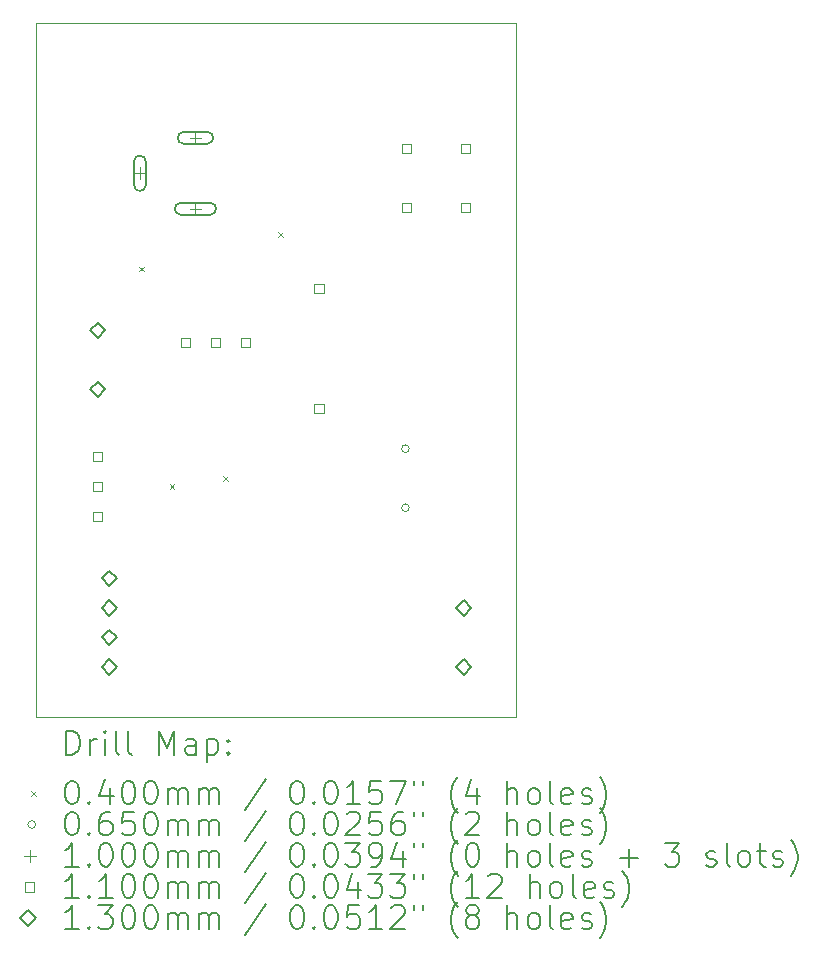
<source format=gbr>
%TF.GenerationSoftware,KiCad,Pcbnew,7.0.8*%
%TF.CreationDate,2023-10-06T13:02:47-07:00*%
%TF.ProjectId,Project_1,50726f6a-6563-4745-9f31-2e6b69636164,rev?*%
%TF.SameCoordinates,Original*%
%TF.FileFunction,Drillmap*%
%TF.FilePolarity,Positive*%
%FSLAX45Y45*%
G04 Gerber Fmt 4.5, Leading zero omitted, Abs format (unit mm)*
G04 Created by KiCad (PCBNEW 7.0.8) date 2023-10-06 13:02:47*
%MOMM*%
%LPD*%
G01*
G04 APERTURE LIST*
%ADD10C,0.100000*%
%ADD11C,0.200000*%
%ADD12C,0.040000*%
%ADD13C,0.065000*%
%ADD14C,0.110000*%
%ADD15C,0.130000*%
G04 APERTURE END LIST*
D10*
X10840000Y-11925000D02*
X6780000Y-11925000D01*
X6780000Y-6050000D01*
X10840000Y-6050000D01*
X10840000Y-11925000D01*
D11*
D12*
X7650000Y-8110000D02*
X7690000Y-8150000D01*
X7690000Y-8110000D02*
X7650000Y-8150000D01*
X7910000Y-9950000D02*
X7950000Y-9990000D01*
X7950000Y-9950000D02*
X7910000Y-9990000D01*
X8362000Y-9886000D02*
X8402000Y-9926000D01*
X8402000Y-9886000D02*
X8362000Y-9926000D01*
X8830000Y-7820000D02*
X8870000Y-7860000D01*
X8870000Y-7820000D02*
X8830000Y-7860000D01*
D13*
X9938500Y-9652000D02*
G75*
G03*
X9938500Y-9652000I-32500J0D01*
G01*
X9938500Y-10152000D02*
G75*
G03*
X9938500Y-10152000I-32500J0D01*
G01*
D10*
X7658000Y-7270000D02*
X7658000Y-7370000D01*
X7608000Y-7320000D02*
X7708000Y-7320000D01*
D11*
X7708000Y-7420000D02*
X7708000Y-7220000D01*
X7708000Y-7220000D02*
G75*
G03*
X7608000Y-7220000I-50000J0D01*
G01*
X7608000Y-7220000D02*
X7608000Y-7420000D01*
X7608000Y-7420000D02*
G75*
G03*
X7708000Y-7420000I50000J0D01*
G01*
D10*
X8128000Y-6970000D02*
X8128000Y-7070000D01*
X8078000Y-7020000D02*
X8178000Y-7020000D01*
D11*
X8028000Y-7070000D02*
X8228000Y-7070000D01*
X8228000Y-7070000D02*
G75*
G03*
X8228000Y-6970000I0J50000D01*
G01*
X8228000Y-6970000D02*
X8028000Y-6970000D01*
X8028000Y-6970000D02*
G75*
G03*
X8028000Y-7070000I0J-50000D01*
G01*
D10*
X8128000Y-7570000D02*
X8128000Y-7670000D01*
X8078000Y-7620000D02*
X8178000Y-7620000D01*
D11*
X8003000Y-7670000D02*
X8253000Y-7670000D01*
X8253000Y-7670000D02*
G75*
G03*
X8253000Y-7570000I0J50000D01*
G01*
X8253000Y-7570000D02*
X8003000Y-7570000D01*
X8003000Y-7570000D02*
G75*
G03*
X8003000Y-7670000I0J-50000D01*
G01*
D14*
X7338891Y-9759891D02*
X7338891Y-9682109D01*
X7261109Y-9682109D01*
X7261109Y-9759891D01*
X7338891Y-9759891D01*
X7338891Y-10013891D02*
X7338891Y-9936109D01*
X7261109Y-9936109D01*
X7261109Y-10013891D01*
X7338891Y-10013891D01*
X7338891Y-10267891D02*
X7338891Y-10190109D01*
X7261109Y-10190109D01*
X7261109Y-10267891D01*
X7338891Y-10267891D01*
X8080891Y-8788891D02*
X8080891Y-8711109D01*
X8003109Y-8711109D01*
X8003109Y-8788891D01*
X8080891Y-8788891D01*
X8334891Y-8788891D02*
X8334891Y-8711109D01*
X8257109Y-8711109D01*
X8257109Y-8788891D01*
X8334891Y-8788891D01*
X8588891Y-8788891D02*
X8588891Y-8711109D01*
X8511109Y-8711109D01*
X8511109Y-8788891D01*
X8588891Y-8788891D01*
X9213891Y-8330891D02*
X9213891Y-8253109D01*
X9136109Y-8253109D01*
X9136109Y-8330891D01*
X9213891Y-8330891D01*
X9213891Y-9346891D02*
X9213891Y-9269109D01*
X9136109Y-9269109D01*
X9136109Y-9346891D01*
X9213891Y-9346891D01*
X9952891Y-7150891D02*
X9952891Y-7073109D01*
X9875109Y-7073109D01*
X9875109Y-7150891D01*
X9952891Y-7150891D01*
X9952891Y-7650891D02*
X9952891Y-7573109D01*
X9875109Y-7573109D01*
X9875109Y-7650891D01*
X9952891Y-7650891D01*
X10452891Y-7150891D02*
X10452891Y-7073109D01*
X10375109Y-7073109D01*
X10375109Y-7150891D01*
X10452891Y-7150891D01*
X10452891Y-7650891D02*
X10452891Y-7573109D01*
X10375109Y-7573109D01*
X10375109Y-7650891D01*
X10452891Y-7650891D01*
D15*
X7300000Y-8715000D02*
X7365000Y-8650000D01*
X7300000Y-8585000D01*
X7235000Y-8650000D01*
X7300000Y-8715000D01*
X7300000Y-9215000D02*
X7365000Y-9150000D01*
X7300000Y-9085000D01*
X7235000Y-9150000D01*
X7300000Y-9215000D01*
X7400000Y-10815000D02*
X7465000Y-10750000D01*
X7400000Y-10685000D01*
X7335000Y-10750000D01*
X7400000Y-10815000D01*
X7400000Y-11065000D02*
X7465000Y-11000000D01*
X7400000Y-10935000D01*
X7335000Y-11000000D01*
X7400000Y-11065000D01*
X7400000Y-11315000D02*
X7465000Y-11250000D01*
X7400000Y-11185000D01*
X7335000Y-11250000D01*
X7400000Y-11315000D01*
X7400000Y-11565000D02*
X7465000Y-11500000D01*
X7400000Y-11435000D01*
X7335000Y-11500000D01*
X7400000Y-11565000D01*
X10400000Y-11065000D02*
X10465000Y-11000000D01*
X10400000Y-10935000D01*
X10335000Y-11000000D01*
X10400000Y-11065000D01*
X10400000Y-11565000D02*
X10465000Y-11500000D01*
X10400000Y-11435000D01*
X10335000Y-11500000D01*
X10400000Y-11565000D01*
D11*
X7035777Y-12241484D02*
X7035777Y-12041484D01*
X7035777Y-12041484D02*
X7083396Y-12041484D01*
X7083396Y-12041484D02*
X7111967Y-12051008D01*
X7111967Y-12051008D02*
X7131015Y-12070055D01*
X7131015Y-12070055D02*
X7140539Y-12089103D01*
X7140539Y-12089103D02*
X7150062Y-12127198D01*
X7150062Y-12127198D02*
X7150062Y-12155769D01*
X7150062Y-12155769D02*
X7140539Y-12193865D01*
X7140539Y-12193865D02*
X7131015Y-12212912D01*
X7131015Y-12212912D02*
X7111967Y-12231960D01*
X7111967Y-12231960D02*
X7083396Y-12241484D01*
X7083396Y-12241484D02*
X7035777Y-12241484D01*
X7235777Y-12241484D02*
X7235777Y-12108150D01*
X7235777Y-12146246D02*
X7245301Y-12127198D01*
X7245301Y-12127198D02*
X7254824Y-12117674D01*
X7254824Y-12117674D02*
X7273872Y-12108150D01*
X7273872Y-12108150D02*
X7292920Y-12108150D01*
X7359586Y-12241484D02*
X7359586Y-12108150D01*
X7359586Y-12041484D02*
X7350062Y-12051008D01*
X7350062Y-12051008D02*
X7359586Y-12060531D01*
X7359586Y-12060531D02*
X7369110Y-12051008D01*
X7369110Y-12051008D02*
X7359586Y-12041484D01*
X7359586Y-12041484D02*
X7359586Y-12060531D01*
X7483396Y-12241484D02*
X7464348Y-12231960D01*
X7464348Y-12231960D02*
X7454824Y-12212912D01*
X7454824Y-12212912D02*
X7454824Y-12041484D01*
X7588158Y-12241484D02*
X7569110Y-12231960D01*
X7569110Y-12231960D02*
X7559586Y-12212912D01*
X7559586Y-12212912D02*
X7559586Y-12041484D01*
X7816729Y-12241484D02*
X7816729Y-12041484D01*
X7816729Y-12041484D02*
X7883396Y-12184341D01*
X7883396Y-12184341D02*
X7950062Y-12041484D01*
X7950062Y-12041484D02*
X7950062Y-12241484D01*
X8131015Y-12241484D02*
X8131015Y-12136722D01*
X8131015Y-12136722D02*
X8121491Y-12117674D01*
X8121491Y-12117674D02*
X8102443Y-12108150D01*
X8102443Y-12108150D02*
X8064348Y-12108150D01*
X8064348Y-12108150D02*
X8045301Y-12117674D01*
X8131015Y-12231960D02*
X8111967Y-12241484D01*
X8111967Y-12241484D02*
X8064348Y-12241484D01*
X8064348Y-12241484D02*
X8045301Y-12231960D01*
X8045301Y-12231960D02*
X8035777Y-12212912D01*
X8035777Y-12212912D02*
X8035777Y-12193865D01*
X8035777Y-12193865D02*
X8045301Y-12174817D01*
X8045301Y-12174817D02*
X8064348Y-12165293D01*
X8064348Y-12165293D02*
X8111967Y-12165293D01*
X8111967Y-12165293D02*
X8131015Y-12155769D01*
X8226253Y-12108150D02*
X8226253Y-12308150D01*
X8226253Y-12117674D02*
X8245301Y-12108150D01*
X8245301Y-12108150D02*
X8283396Y-12108150D01*
X8283396Y-12108150D02*
X8302443Y-12117674D01*
X8302443Y-12117674D02*
X8311967Y-12127198D01*
X8311967Y-12127198D02*
X8321491Y-12146246D01*
X8321491Y-12146246D02*
X8321491Y-12203388D01*
X8321491Y-12203388D02*
X8311967Y-12222436D01*
X8311967Y-12222436D02*
X8302443Y-12231960D01*
X8302443Y-12231960D02*
X8283396Y-12241484D01*
X8283396Y-12241484D02*
X8245301Y-12241484D01*
X8245301Y-12241484D02*
X8226253Y-12231960D01*
X8407205Y-12222436D02*
X8416729Y-12231960D01*
X8416729Y-12231960D02*
X8407205Y-12241484D01*
X8407205Y-12241484D02*
X8397682Y-12231960D01*
X8397682Y-12231960D02*
X8407205Y-12222436D01*
X8407205Y-12222436D02*
X8407205Y-12241484D01*
X8407205Y-12117674D02*
X8416729Y-12127198D01*
X8416729Y-12127198D02*
X8407205Y-12136722D01*
X8407205Y-12136722D02*
X8397682Y-12127198D01*
X8397682Y-12127198D02*
X8407205Y-12117674D01*
X8407205Y-12117674D02*
X8407205Y-12136722D01*
D12*
X6735000Y-12550000D02*
X6775000Y-12590000D01*
X6775000Y-12550000D02*
X6735000Y-12590000D01*
D11*
X7073872Y-12461484D02*
X7092920Y-12461484D01*
X7092920Y-12461484D02*
X7111967Y-12471008D01*
X7111967Y-12471008D02*
X7121491Y-12480531D01*
X7121491Y-12480531D02*
X7131015Y-12499579D01*
X7131015Y-12499579D02*
X7140539Y-12537674D01*
X7140539Y-12537674D02*
X7140539Y-12585293D01*
X7140539Y-12585293D02*
X7131015Y-12623388D01*
X7131015Y-12623388D02*
X7121491Y-12642436D01*
X7121491Y-12642436D02*
X7111967Y-12651960D01*
X7111967Y-12651960D02*
X7092920Y-12661484D01*
X7092920Y-12661484D02*
X7073872Y-12661484D01*
X7073872Y-12661484D02*
X7054824Y-12651960D01*
X7054824Y-12651960D02*
X7045301Y-12642436D01*
X7045301Y-12642436D02*
X7035777Y-12623388D01*
X7035777Y-12623388D02*
X7026253Y-12585293D01*
X7026253Y-12585293D02*
X7026253Y-12537674D01*
X7026253Y-12537674D02*
X7035777Y-12499579D01*
X7035777Y-12499579D02*
X7045301Y-12480531D01*
X7045301Y-12480531D02*
X7054824Y-12471008D01*
X7054824Y-12471008D02*
X7073872Y-12461484D01*
X7226253Y-12642436D02*
X7235777Y-12651960D01*
X7235777Y-12651960D02*
X7226253Y-12661484D01*
X7226253Y-12661484D02*
X7216729Y-12651960D01*
X7216729Y-12651960D02*
X7226253Y-12642436D01*
X7226253Y-12642436D02*
X7226253Y-12661484D01*
X7407205Y-12528150D02*
X7407205Y-12661484D01*
X7359586Y-12451960D02*
X7311967Y-12594817D01*
X7311967Y-12594817D02*
X7435777Y-12594817D01*
X7550062Y-12461484D02*
X7569110Y-12461484D01*
X7569110Y-12461484D02*
X7588158Y-12471008D01*
X7588158Y-12471008D02*
X7597682Y-12480531D01*
X7597682Y-12480531D02*
X7607205Y-12499579D01*
X7607205Y-12499579D02*
X7616729Y-12537674D01*
X7616729Y-12537674D02*
X7616729Y-12585293D01*
X7616729Y-12585293D02*
X7607205Y-12623388D01*
X7607205Y-12623388D02*
X7597682Y-12642436D01*
X7597682Y-12642436D02*
X7588158Y-12651960D01*
X7588158Y-12651960D02*
X7569110Y-12661484D01*
X7569110Y-12661484D02*
X7550062Y-12661484D01*
X7550062Y-12661484D02*
X7531015Y-12651960D01*
X7531015Y-12651960D02*
X7521491Y-12642436D01*
X7521491Y-12642436D02*
X7511967Y-12623388D01*
X7511967Y-12623388D02*
X7502443Y-12585293D01*
X7502443Y-12585293D02*
X7502443Y-12537674D01*
X7502443Y-12537674D02*
X7511967Y-12499579D01*
X7511967Y-12499579D02*
X7521491Y-12480531D01*
X7521491Y-12480531D02*
X7531015Y-12471008D01*
X7531015Y-12471008D02*
X7550062Y-12461484D01*
X7740539Y-12461484D02*
X7759586Y-12461484D01*
X7759586Y-12461484D02*
X7778634Y-12471008D01*
X7778634Y-12471008D02*
X7788158Y-12480531D01*
X7788158Y-12480531D02*
X7797682Y-12499579D01*
X7797682Y-12499579D02*
X7807205Y-12537674D01*
X7807205Y-12537674D02*
X7807205Y-12585293D01*
X7807205Y-12585293D02*
X7797682Y-12623388D01*
X7797682Y-12623388D02*
X7788158Y-12642436D01*
X7788158Y-12642436D02*
X7778634Y-12651960D01*
X7778634Y-12651960D02*
X7759586Y-12661484D01*
X7759586Y-12661484D02*
X7740539Y-12661484D01*
X7740539Y-12661484D02*
X7721491Y-12651960D01*
X7721491Y-12651960D02*
X7711967Y-12642436D01*
X7711967Y-12642436D02*
X7702443Y-12623388D01*
X7702443Y-12623388D02*
X7692920Y-12585293D01*
X7692920Y-12585293D02*
X7692920Y-12537674D01*
X7692920Y-12537674D02*
X7702443Y-12499579D01*
X7702443Y-12499579D02*
X7711967Y-12480531D01*
X7711967Y-12480531D02*
X7721491Y-12471008D01*
X7721491Y-12471008D02*
X7740539Y-12461484D01*
X7892920Y-12661484D02*
X7892920Y-12528150D01*
X7892920Y-12547198D02*
X7902443Y-12537674D01*
X7902443Y-12537674D02*
X7921491Y-12528150D01*
X7921491Y-12528150D02*
X7950063Y-12528150D01*
X7950063Y-12528150D02*
X7969110Y-12537674D01*
X7969110Y-12537674D02*
X7978634Y-12556722D01*
X7978634Y-12556722D02*
X7978634Y-12661484D01*
X7978634Y-12556722D02*
X7988158Y-12537674D01*
X7988158Y-12537674D02*
X8007205Y-12528150D01*
X8007205Y-12528150D02*
X8035777Y-12528150D01*
X8035777Y-12528150D02*
X8054824Y-12537674D01*
X8054824Y-12537674D02*
X8064348Y-12556722D01*
X8064348Y-12556722D02*
X8064348Y-12661484D01*
X8159586Y-12661484D02*
X8159586Y-12528150D01*
X8159586Y-12547198D02*
X8169110Y-12537674D01*
X8169110Y-12537674D02*
X8188158Y-12528150D01*
X8188158Y-12528150D02*
X8216729Y-12528150D01*
X8216729Y-12528150D02*
X8235777Y-12537674D01*
X8235777Y-12537674D02*
X8245301Y-12556722D01*
X8245301Y-12556722D02*
X8245301Y-12661484D01*
X8245301Y-12556722D02*
X8254824Y-12537674D01*
X8254824Y-12537674D02*
X8273872Y-12528150D01*
X8273872Y-12528150D02*
X8302443Y-12528150D01*
X8302443Y-12528150D02*
X8321491Y-12537674D01*
X8321491Y-12537674D02*
X8331015Y-12556722D01*
X8331015Y-12556722D02*
X8331015Y-12661484D01*
X8721491Y-12451960D02*
X8550063Y-12709103D01*
X8978634Y-12461484D02*
X8997682Y-12461484D01*
X8997682Y-12461484D02*
X9016729Y-12471008D01*
X9016729Y-12471008D02*
X9026253Y-12480531D01*
X9026253Y-12480531D02*
X9035777Y-12499579D01*
X9035777Y-12499579D02*
X9045301Y-12537674D01*
X9045301Y-12537674D02*
X9045301Y-12585293D01*
X9045301Y-12585293D02*
X9035777Y-12623388D01*
X9035777Y-12623388D02*
X9026253Y-12642436D01*
X9026253Y-12642436D02*
X9016729Y-12651960D01*
X9016729Y-12651960D02*
X8997682Y-12661484D01*
X8997682Y-12661484D02*
X8978634Y-12661484D01*
X8978634Y-12661484D02*
X8959587Y-12651960D01*
X8959587Y-12651960D02*
X8950063Y-12642436D01*
X8950063Y-12642436D02*
X8940539Y-12623388D01*
X8940539Y-12623388D02*
X8931015Y-12585293D01*
X8931015Y-12585293D02*
X8931015Y-12537674D01*
X8931015Y-12537674D02*
X8940539Y-12499579D01*
X8940539Y-12499579D02*
X8950063Y-12480531D01*
X8950063Y-12480531D02*
X8959587Y-12471008D01*
X8959587Y-12471008D02*
X8978634Y-12461484D01*
X9131015Y-12642436D02*
X9140539Y-12651960D01*
X9140539Y-12651960D02*
X9131015Y-12661484D01*
X9131015Y-12661484D02*
X9121491Y-12651960D01*
X9121491Y-12651960D02*
X9131015Y-12642436D01*
X9131015Y-12642436D02*
X9131015Y-12661484D01*
X9264348Y-12461484D02*
X9283396Y-12461484D01*
X9283396Y-12461484D02*
X9302444Y-12471008D01*
X9302444Y-12471008D02*
X9311968Y-12480531D01*
X9311968Y-12480531D02*
X9321491Y-12499579D01*
X9321491Y-12499579D02*
X9331015Y-12537674D01*
X9331015Y-12537674D02*
X9331015Y-12585293D01*
X9331015Y-12585293D02*
X9321491Y-12623388D01*
X9321491Y-12623388D02*
X9311968Y-12642436D01*
X9311968Y-12642436D02*
X9302444Y-12651960D01*
X9302444Y-12651960D02*
X9283396Y-12661484D01*
X9283396Y-12661484D02*
X9264348Y-12661484D01*
X9264348Y-12661484D02*
X9245301Y-12651960D01*
X9245301Y-12651960D02*
X9235777Y-12642436D01*
X9235777Y-12642436D02*
X9226253Y-12623388D01*
X9226253Y-12623388D02*
X9216729Y-12585293D01*
X9216729Y-12585293D02*
X9216729Y-12537674D01*
X9216729Y-12537674D02*
X9226253Y-12499579D01*
X9226253Y-12499579D02*
X9235777Y-12480531D01*
X9235777Y-12480531D02*
X9245301Y-12471008D01*
X9245301Y-12471008D02*
X9264348Y-12461484D01*
X9521491Y-12661484D02*
X9407206Y-12661484D01*
X9464348Y-12661484D02*
X9464348Y-12461484D01*
X9464348Y-12461484D02*
X9445301Y-12490055D01*
X9445301Y-12490055D02*
X9426253Y-12509103D01*
X9426253Y-12509103D02*
X9407206Y-12518627D01*
X9702444Y-12461484D02*
X9607206Y-12461484D01*
X9607206Y-12461484D02*
X9597682Y-12556722D01*
X9597682Y-12556722D02*
X9607206Y-12547198D01*
X9607206Y-12547198D02*
X9626253Y-12537674D01*
X9626253Y-12537674D02*
X9673872Y-12537674D01*
X9673872Y-12537674D02*
X9692920Y-12547198D01*
X9692920Y-12547198D02*
X9702444Y-12556722D01*
X9702444Y-12556722D02*
X9711968Y-12575769D01*
X9711968Y-12575769D02*
X9711968Y-12623388D01*
X9711968Y-12623388D02*
X9702444Y-12642436D01*
X9702444Y-12642436D02*
X9692920Y-12651960D01*
X9692920Y-12651960D02*
X9673872Y-12661484D01*
X9673872Y-12661484D02*
X9626253Y-12661484D01*
X9626253Y-12661484D02*
X9607206Y-12651960D01*
X9607206Y-12651960D02*
X9597682Y-12642436D01*
X9778634Y-12461484D02*
X9911968Y-12461484D01*
X9911968Y-12461484D02*
X9826253Y-12661484D01*
X9978634Y-12461484D02*
X9978634Y-12499579D01*
X10054825Y-12461484D02*
X10054825Y-12499579D01*
X10350063Y-12737674D02*
X10340539Y-12728150D01*
X10340539Y-12728150D02*
X10321491Y-12699579D01*
X10321491Y-12699579D02*
X10311968Y-12680531D01*
X10311968Y-12680531D02*
X10302444Y-12651960D01*
X10302444Y-12651960D02*
X10292920Y-12604341D01*
X10292920Y-12604341D02*
X10292920Y-12566246D01*
X10292920Y-12566246D02*
X10302444Y-12518627D01*
X10302444Y-12518627D02*
X10311968Y-12490055D01*
X10311968Y-12490055D02*
X10321491Y-12471008D01*
X10321491Y-12471008D02*
X10340539Y-12442436D01*
X10340539Y-12442436D02*
X10350063Y-12432912D01*
X10511968Y-12528150D02*
X10511968Y-12661484D01*
X10464349Y-12451960D02*
X10416730Y-12594817D01*
X10416730Y-12594817D02*
X10540539Y-12594817D01*
X10769111Y-12661484D02*
X10769111Y-12461484D01*
X10854825Y-12661484D02*
X10854825Y-12556722D01*
X10854825Y-12556722D02*
X10845301Y-12537674D01*
X10845301Y-12537674D02*
X10826253Y-12528150D01*
X10826253Y-12528150D02*
X10797682Y-12528150D01*
X10797682Y-12528150D02*
X10778634Y-12537674D01*
X10778634Y-12537674D02*
X10769111Y-12547198D01*
X10978634Y-12661484D02*
X10959587Y-12651960D01*
X10959587Y-12651960D02*
X10950063Y-12642436D01*
X10950063Y-12642436D02*
X10940539Y-12623388D01*
X10940539Y-12623388D02*
X10940539Y-12566246D01*
X10940539Y-12566246D02*
X10950063Y-12547198D01*
X10950063Y-12547198D02*
X10959587Y-12537674D01*
X10959587Y-12537674D02*
X10978634Y-12528150D01*
X10978634Y-12528150D02*
X11007206Y-12528150D01*
X11007206Y-12528150D02*
X11026253Y-12537674D01*
X11026253Y-12537674D02*
X11035777Y-12547198D01*
X11035777Y-12547198D02*
X11045301Y-12566246D01*
X11045301Y-12566246D02*
X11045301Y-12623388D01*
X11045301Y-12623388D02*
X11035777Y-12642436D01*
X11035777Y-12642436D02*
X11026253Y-12651960D01*
X11026253Y-12651960D02*
X11007206Y-12661484D01*
X11007206Y-12661484D02*
X10978634Y-12661484D01*
X11159587Y-12661484D02*
X11140539Y-12651960D01*
X11140539Y-12651960D02*
X11131015Y-12632912D01*
X11131015Y-12632912D02*
X11131015Y-12461484D01*
X11311968Y-12651960D02*
X11292920Y-12661484D01*
X11292920Y-12661484D02*
X11254825Y-12661484D01*
X11254825Y-12661484D02*
X11235777Y-12651960D01*
X11235777Y-12651960D02*
X11226253Y-12632912D01*
X11226253Y-12632912D02*
X11226253Y-12556722D01*
X11226253Y-12556722D02*
X11235777Y-12537674D01*
X11235777Y-12537674D02*
X11254825Y-12528150D01*
X11254825Y-12528150D02*
X11292920Y-12528150D01*
X11292920Y-12528150D02*
X11311968Y-12537674D01*
X11311968Y-12537674D02*
X11321491Y-12556722D01*
X11321491Y-12556722D02*
X11321491Y-12575769D01*
X11321491Y-12575769D02*
X11226253Y-12594817D01*
X11397682Y-12651960D02*
X11416730Y-12661484D01*
X11416730Y-12661484D02*
X11454825Y-12661484D01*
X11454825Y-12661484D02*
X11473872Y-12651960D01*
X11473872Y-12651960D02*
X11483396Y-12632912D01*
X11483396Y-12632912D02*
X11483396Y-12623388D01*
X11483396Y-12623388D02*
X11473872Y-12604341D01*
X11473872Y-12604341D02*
X11454825Y-12594817D01*
X11454825Y-12594817D02*
X11426253Y-12594817D01*
X11426253Y-12594817D02*
X11407206Y-12585293D01*
X11407206Y-12585293D02*
X11397682Y-12566246D01*
X11397682Y-12566246D02*
X11397682Y-12556722D01*
X11397682Y-12556722D02*
X11407206Y-12537674D01*
X11407206Y-12537674D02*
X11426253Y-12528150D01*
X11426253Y-12528150D02*
X11454825Y-12528150D01*
X11454825Y-12528150D02*
X11473872Y-12537674D01*
X11550063Y-12737674D02*
X11559587Y-12728150D01*
X11559587Y-12728150D02*
X11578634Y-12699579D01*
X11578634Y-12699579D02*
X11588158Y-12680531D01*
X11588158Y-12680531D02*
X11597682Y-12651960D01*
X11597682Y-12651960D02*
X11607206Y-12604341D01*
X11607206Y-12604341D02*
X11607206Y-12566246D01*
X11607206Y-12566246D02*
X11597682Y-12518627D01*
X11597682Y-12518627D02*
X11588158Y-12490055D01*
X11588158Y-12490055D02*
X11578634Y-12471008D01*
X11578634Y-12471008D02*
X11559587Y-12442436D01*
X11559587Y-12442436D02*
X11550063Y-12432912D01*
D13*
X6775000Y-12834000D02*
G75*
G03*
X6775000Y-12834000I-32500J0D01*
G01*
D11*
X7073872Y-12725484D02*
X7092920Y-12725484D01*
X7092920Y-12725484D02*
X7111967Y-12735008D01*
X7111967Y-12735008D02*
X7121491Y-12744531D01*
X7121491Y-12744531D02*
X7131015Y-12763579D01*
X7131015Y-12763579D02*
X7140539Y-12801674D01*
X7140539Y-12801674D02*
X7140539Y-12849293D01*
X7140539Y-12849293D02*
X7131015Y-12887388D01*
X7131015Y-12887388D02*
X7121491Y-12906436D01*
X7121491Y-12906436D02*
X7111967Y-12915960D01*
X7111967Y-12915960D02*
X7092920Y-12925484D01*
X7092920Y-12925484D02*
X7073872Y-12925484D01*
X7073872Y-12925484D02*
X7054824Y-12915960D01*
X7054824Y-12915960D02*
X7045301Y-12906436D01*
X7045301Y-12906436D02*
X7035777Y-12887388D01*
X7035777Y-12887388D02*
X7026253Y-12849293D01*
X7026253Y-12849293D02*
X7026253Y-12801674D01*
X7026253Y-12801674D02*
X7035777Y-12763579D01*
X7035777Y-12763579D02*
X7045301Y-12744531D01*
X7045301Y-12744531D02*
X7054824Y-12735008D01*
X7054824Y-12735008D02*
X7073872Y-12725484D01*
X7226253Y-12906436D02*
X7235777Y-12915960D01*
X7235777Y-12915960D02*
X7226253Y-12925484D01*
X7226253Y-12925484D02*
X7216729Y-12915960D01*
X7216729Y-12915960D02*
X7226253Y-12906436D01*
X7226253Y-12906436D02*
X7226253Y-12925484D01*
X7407205Y-12725484D02*
X7369110Y-12725484D01*
X7369110Y-12725484D02*
X7350062Y-12735008D01*
X7350062Y-12735008D02*
X7340539Y-12744531D01*
X7340539Y-12744531D02*
X7321491Y-12773103D01*
X7321491Y-12773103D02*
X7311967Y-12811198D01*
X7311967Y-12811198D02*
X7311967Y-12887388D01*
X7311967Y-12887388D02*
X7321491Y-12906436D01*
X7321491Y-12906436D02*
X7331015Y-12915960D01*
X7331015Y-12915960D02*
X7350062Y-12925484D01*
X7350062Y-12925484D02*
X7388158Y-12925484D01*
X7388158Y-12925484D02*
X7407205Y-12915960D01*
X7407205Y-12915960D02*
X7416729Y-12906436D01*
X7416729Y-12906436D02*
X7426253Y-12887388D01*
X7426253Y-12887388D02*
X7426253Y-12839769D01*
X7426253Y-12839769D02*
X7416729Y-12820722D01*
X7416729Y-12820722D02*
X7407205Y-12811198D01*
X7407205Y-12811198D02*
X7388158Y-12801674D01*
X7388158Y-12801674D02*
X7350062Y-12801674D01*
X7350062Y-12801674D02*
X7331015Y-12811198D01*
X7331015Y-12811198D02*
X7321491Y-12820722D01*
X7321491Y-12820722D02*
X7311967Y-12839769D01*
X7607205Y-12725484D02*
X7511967Y-12725484D01*
X7511967Y-12725484D02*
X7502443Y-12820722D01*
X7502443Y-12820722D02*
X7511967Y-12811198D01*
X7511967Y-12811198D02*
X7531015Y-12801674D01*
X7531015Y-12801674D02*
X7578634Y-12801674D01*
X7578634Y-12801674D02*
X7597682Y-12811198D01*
X7597682Y-12811198D02*
X7607205Y-12820722D01*
X7607205Y-12820722D02*
X7616729Y-12839769D01*
X7616729Y-12839769D02*
X7616729Y-12887388D01*
X7616729Y-12887388D02*
X7607205Y-12906436D01*
X7607205Y-12906436D02*
X7597682Y-12915960D01*
X7597682Y-12915960D02*
X7578634Y-12925484D01*
X7578634Y-12925484D02*
X7531015Y-12925484D01*
X7531015Y-12925484D02*
X7511967Y-12915960D01*
X7511967Y-12915960D02*
X7502443Y-12906436D01*
X7740539Y-12725484D02*
X7759586Y-12725484D01*
X7759586Y-12725484D02*
X7778634Y-12735008D01*
X7778634Y-12735008D02*
X7788158Y-12744531D01*
X7788158Y-12744531D02*
X7797682Y-12763579D01*
X7797682Y-12763579D02*
X7807205Y-12801674D01*
X7807205Y-12801674D02*
X7807205Y-12849293D01*
X7807205Y-12849293D02*
X7797682Y-12887388D01*
X7797682Y-12887388D02*
X7788158Y-12906436D01*
X7788158Y-12906436D02*
X7778634Y-12915960D01*
X7778634Y-12915960D02*
X7759586Y-12925484D01*
X7759586Y-12925484D02*
X7740539Y-12925484D01*
X7740539Y-12925484D02*
X7721491Y-12915960D01*
X7721491Y-12915960D02*
X7711967Y-12906436D01*
X7711967Y-12906436D02*
X7702443Y-12887388D01*
X7702443Y-12887388D02*
X7692920Y-12849293D01*
X7692920Y-12849293D02*
X7692920Y-12801674D01*
X7692920Y-12801674D02*
X7702443Y-12763579D01*
X7702443Y-12763579D02*
X7711967Y-12744531D01*
X7711967Y-12744531D02*
X7721491Y-12735008D01*
X7721491Y-12735008D02*
X7740539Y-12725484D01*
X7892920Y-12925484D02*
X7892920Y-12792150D01*
X7892920Y-12811198D02*
X7902443Y-12801674D01*
X7902443Y-12801674D02*
X7921491Y-12792150D01*
X7921491Y-12792150D02*
X7950063Y-12792150D01*
X7950063Y-12792150D02*
X7969110Y-12801674D01*
X7969110Y-12801674D02*
X7978634Y-12820722D01*
X7978634Y-12820722D02*
X7978634Y-12925484D01*
X7978634Y-12820722D02*
X7988158Y-12801674D01*
X7988158Y-12801674D02*
X8007205Y-12792150D01*
X8007205Y-12792150D02*
X8035777Y-12792150D01*
X8035777Y-12792150D02*
X8054824Y-12801674D01*
X8054824Y-12801674D02*
X8064348Y-12820722D01*
X8064348Y-12820722D02*
X8064348Y-12925484D01*
X8159586Y-12925484D02*
X8159586Y-12792150D01*
X8159586Y-12811198D02*
X8169110Y-12801674D01*
X8169110Y-12801674D02*
X8188158Y-12792150D01*
X8188158Y-12792150D02*
X8216729Y-12792150D01*
X8216729Y-12792150D02*
X8235777Y-12801674D01*
X8235777Y-12801674D02*
X8245301Y-12820722D01*
X8245301Y-12820722D02*
X8245301Y-12925484D01*
X8245301Y-12820722D02*
X8254824Y-12801674D01*
X8254824Y-12801674D02*
X8273872Y-12792150D01*
X8273872Y-12792150D02*
X8302443Y-12792150D01*
X8302443Y-12792150D02*
X8321491Y-12801674D01*
X8321491Y-12801674D02*
X8331015Y-12820722D01*
X8331015Y-12820722D02*
X8331015Y-12925484D01*
X8721491Y-12715960D02*
X8550063Y-12973103D01*
X8978634Y-12725484D02*
X8997682Y-12725484D01*
X8997682Y-12725484D02*
X9016729Y-12735008D01*
X9016729Y-12735008D02*
X9026253Y-12744531D01*
X9026253Y-12744531D02*
X9035777Y-12763579D01*
X9035777Y-12763579D02*
X9045301Y-12801674D01*
X9045301Y-12801674D02*
X9045301Y-12849293D01*
X9045301Y-12849293D02*
X9035777Y-12887388D01*
X9035777Y-12887388D02*
X9026253Y-12906436D01*
X9026253Y-12906436D02*
X9016729Y-12915960D01*
X9016729Y-12915960D02*
X8997682Y-12925484D01*
X8997682Y-12925484D02*
X8978634Y-12925484D01*
X8978634Y-12925484D02*
X8959587Y-12915960D01*
X8959587Y-12915960D02*
X8950063Y-12906436D01*
X8950063Y-12906436D02*
X8940539Y-12887388D01*
X8940539Y-12887388D02*
X8931015Y-12849293D01*
X8931015Y-12849293D02*
X8931015Y-12801674D01*
X8931015Y-12801674D02*
X8940539Y-12763579D01*
X8940539Y-12763579D02*
X8950063Y-12744531D01*
X8950063Y-12744531D02*
X8959587Y-12735008D01*
X8959587Y-12735008D02*
X8978634Y-12725484D01*
X9131015Y-12906436D02*
X9140539Y-12915960D01*
X9140539Y-12915960D02*
X9131015Y-12925484D01*
X9131015Y-12925484D02*
X9121491Y-12915960D01*
X9121491Y-12915960D02*
X9131015Y-12906436D01*
X9131015Y-12906436D02*
X9131015Y-12925484D01*
X9264348Y-12725484D02*
X9283396Y-12725484D01*
X9283396Y-12725484D02*
X9302444Y-12735008D01*
X9302444Y-12735008D02*
X9311968Y-12744531D01*
X9311968Y-12744531D02*
X9321491Y-12763579D01*
X9321491Y-12763579D02*
X9331015Y-12801674D01*
X9331015Y-12801674D02*
X9331015Y-12849293D01*
X9331015Y-12849293D02*
X9321491Y-12887388D01*
X9321491Y-12887388D02*
X9311968Y-12906436D01*
X9311968Y-12906436D02*
X9302444Y-12915960D01*
X9302444Y-12915960D02*
X9283396Y-12925484D01*
X9283396Y-12925484D02*
X9264348Y-12925484D01*
X9264348Y-12925484D02*
X9245301Y-12915960D01*
X9245301Y-12915960D02*
X9235777Y-12906436D01*
X9235777Y-12906436D02*
X9226253Y-12887388D01*
X9226253Y-12887388D02*
X9216729Y-12849293D01*
X9216729Y-12849293D02*
X9216729Y-12801674D01*
X9216729Y-12801674D02*
X9226253Y-12763579D01*
X9226253Y-12763579D02*
X9235777Y-12744531D01*
X9235777Y-12744531D02*
X9245301Y-12735008D01*
X9245301Y-12735008D02*
X9264348Y-12725484D01*
X9407206Y-12744531D02*
X9416729Y-12735008D01*
X9416729Y-12735008D02*
X9435777Y-12725484D01*
X9435777Y-12725484D02*
X9483396Y-12725484D01*
X9483396Y-12725484D02*
X9502444Y-12735008D01*
X9502444Y-12735008D02*
X9511968Y-12744531D01*
X9511968Y-12744531D02*
X9521491Y-12763579D01*
X9521491Y-12763579D02*
X9521491Y-12782627D01*
X9521491Y-12782627D02*
X9511968Y-12811198D01*
X9511968Y-12811198D02*
X9397682Y-12925484D01*
X9397682Y-12925484D02*
X9521491Y-12925484D01*
X9702444Y-12725484D02*
X9607206Y-12725484D01*
X9607206Y-12725484D02*
X9597682Y-12820722D01*
X9597682Y-12820722D02*
X9607206Y-12811198D01*
X9607206Y-12811198D02*
X9626253Y-12801674D01*
X9626253Y-12801674D02*
X9673872Y-12801674D01*
X9673872Y-12801674D02*
X9692920Y-12811198D01*
X9692920Y-12811198D02*
X9702444Y-12820722D01*
X9702444Y-12820722D02*
X9711968Y-12839769D01*
X9711968Y-12839769D02*
X9711968Y-12887388D01*
X9711968Y-12887388D02*
X9702444Y-12906436D01*
X9702444Y-12906436D02*
X9692920Y-12915960D01*
X9692920Y-12915960D02*
X9673872Y-12925484D01*
X9673872Y-12925484D02*
X9626253Y-12925484D01*
X9626253Y-12925484D02*
X9607206Y-12915960D01*
X9607206Y-12915960D02*
X9597682Y-12906436D01*
X9883396Y-12725484D02*
X9845301Y-12725484D01*
X9845301Y-12725484D02*
X9826253Y-12735008D01*
X9826253Y-12735008D02*
X9816729Y-12744531D01*
X9816729Y-12744531D02*
X9797682Y-12773103D01*
X9797682Y-12773103D02*
X9788158Y-12811198D01*
X9788158Y-12811198D02*
X9788158Y-12887388D01*
X9788158Y-12887388D02*
X9797682Y-12906436D01*
X9797682Y-12906436D02*
X9807206Y-12915960D01*
X9807206Y-12915960D02*
X9826253Y-12925484D01*
X9826253Y-12925484D02*
X9864349Y-12925484D01*
X9864349Y-12925484D02*
X9883396Y-12915960D01*
X9883396Y-12915960D02*
X9892920Y-12906436D01*
X9892920Y-12906436D02*
X9902444Y-12887388D01*
X9902444Y-12887388D02*
X9902444Y-12839769D01*
X9902444Y-12839769D02*
X9892920Y-12820722D01*
X9892920Y-12820722D02*
X9883396Y-12811198D01*
X9883396Y-12811198D02*
X9864349Y-12801674D01*
X9864349Y-12801674D02*
X9826253Y-12801674D01*
X9826253Y-12801674D02*
X9807206Y-12811198D01*
X9807206Y-12811198D02*
X9797682Y-12820722D01*
X9797682Y-12820722D02*
X9788158Y-12839769D01*
X9978634Y-12725484D02*
X9978634Y-12763579D01*
X10054825Y-12725484D02*
X10054825Y-12763579D01*
X10350063Y-13001674D02*
X10340539Y-12992150D01*
X10340539Y-12992150D02*
X10321491Y-12963579D01*
X10321491Y-12963579D02*
X10311968Y-12944531D01*
X10311968Y-12944531D02*
X10302444Y-12915960D01*
X10302444Y-12915960D02*
X10292920Y-12868341D01*
X10292920Y-12868341D02*
X10292920Y-12830246D01*
X10292920Y-12830246D02*
X10302444Y-12782627D01*
X10302444Y-12782627D02*
X10311968Y-12754055D01*
X10311968Y-12754055D02*
X10321491Y-12735008D01*
X10321491Y-12735008D02*
X10340539Y-12706436D01*
X10340539Y-12706436D02*
X10350063Y-12696912D01*
X10416730Y-12744531D02*
X10426253Y-12735008D01*
X10426253Y-12735008D02*
X10445301Y-12725484D01*
X10445301Y-12725484D02*
X10492920Y-12725484D01*
X10492920Y-12725484D02*
X10511968Y-12735008D01*
X10511968Y-12735008D02*
X10521491Y-12744531D01*
X10521491Y-12744531D02*
X10531015Y-12763579D01*
X10531015Y-12763579D02*
X10531015Y-12782627D01*
X10531015Y-12782627D02*
X10521491Y-12811198D01*
X10521491Y-12811198D02*
X10407206Y-12925484D01*
X10407206Y-12925484D02*
X10531015Y-12925484D01*
X10769111Y-12925484D02*
X10769111Y-12725484D01*
X10854825Y-12925484D02*
X10854825Y-12820722D01*
X10854825Y-12820722D02*
X10845301Y-12801674D01*
X10845301Y-12801674D02*
X10826253Y-12792150D01*
X10826253Y-12792150D02*
X10797682Y-12792150D01*
X10797682Y-12792150D02*
X10778634Y-12801674D01*
X10778634Y-12801674D02*
X10769111Y-12811198D01*
X10978634Y-12925484D02*
X10959587Y-12915960D01*
X10959587Y-12915960D02*
X10950063Y-12906436D01*
X10950063Y-12906436D02*
X10940539Y-12887388D01*
X10940539Y-12887388D02*
X10940539Y-12830246D01*
X10940539Y-12830246D02*
X10950063Y-12811198D01*
X10950063Y-12811198D02*
X10959587Y-12801674D01*
X10959587Y-12801674D02*
X10978634Y-12792150D01*
X10978634Y-12792150D02*
X11007206Y-12792150D01*
X11007206Y-12792150D02*
X11026253Y-12801674D01*
X11026253Y-12801674D02*
X11035777Y-12811198D01*
X11035777Y-12811198D02*
X11045301Y-12830246D01*
X11045301Y-12830246D02*
X11045301Y-12887388D01*
X11045301Y-12887388D02*
X11035777Y-12906436D01*
X11035777Y-12906436D02*
X11026253Y-12915960D01*
X11026253Y-12915960D02*
X11007206Y-12925484D01*
X11007206Y-12925484D02*
X10978634Y-12925484D01*
X11159587Y-12925484D02*
X11140539Y-12915960D01*
X11140539Y-12915960D02*
X11131015Y-12896912D01*
X11131015Y-12896912D02*
X11131015Y-12725484D01*
X11311968Y-12915960D02*
X11292920Y-12925484D01*
X11292920Y-12925484D02*
X11254825Y-12925484D01*
X11254825Y-12925484D02*
X11235777Y-12915960D01*
X11235777Y-12915960D02*
X11226253Y-12896912D01*
X11226253Y-12896912D02*
X11226253Y-12820722D01*
X11226253Y-12820722D02*
X11235777Y-12801674D01*
X11235777Y-12801674D02*
X11254825Y-12792150D01*
X11254825Y-12792150D02*
X11292920Y-12792150D01*
X11292920Y-12792150D02*
X11311968Y-12801674D01*
X11311968Y-12801674D02*
X11321491Y-12820722D01*
X11321491Y-12820722D02*
X11321491Y-12839769D01*
X11321491Y-12839769D02*
X11226253Y-12858817D01*
X11397682Y-12915960D02*
X11416730Y-12925484D01*
X11416730Y-12925484D02*
X11454825Y-12925484D01*
X11454825Y-12925484D02*
X11473872Y-12915960D01*
X11473872Y-12915960D02*
X11483396Y-12896912D01*
X11483396Y-12896912D02*
X11483396Y-12887388D01*
X11483396Y-12887388D02*
X11473872Y-12868341D01*
X11473872Y-12868341D02*
X11454825Y-12858817D01*
X11454825Y-12858817D02*
X11426253Y-12858817D01*
X11426253Y-12858817D02*
X11407206Y-12849293D01*
X11407206Y-12849293D02*
X11397682Y-12830246D01*
X11397682Y-12830246D02*
X11397682Y-12820722D01*
X11397682Y-12820722D02*
X11407206Y-12801674D01*
X11407206Y-12801674D02*
X11426253Y-12792150D01*
X11426253Y-12792150D02*
X11454825Y-12792150D01*
X11454825Y-12792150D02*
X11473872Y-12801674D01*
X11550063Y-13001674D02*
X11559587Y-12992150D01*
X11559587Y-12992150D02*
X11578634Y-12963579D01*
X11578634Y-12963579D02*
X11588158Y-12944531D01*
X11588158Y-12944531D02*
X11597682Y-12915960D01*
X11597682Y-12915960D02*
X11607206Y-12868341D01*
X11607206Y-12868341D02*
X11607206Y-12830246D01*
X11607206Y-12830246D02*
X11597682Y-12782627D01*
X11597682Y-12782627D02*
X11588158Y-12754055D01*
X11588158Y-12754055D02*
X11578634Y-12735008D01*
X11578634Y-12735008D02*
X11559587Y-12706436D01*
X11559587Y-12706436D02*
X11550063Y-12696912D01*
D10*
X6725000Y-13048000D02*
X6725000Y-13148000D01*
X6675000Y-13098000D02*
X6775000Y-13098000D01*
D11*
X7140539Y-13189484D02*
X7026253Y-13189484D01*
X7083396Y-13189484D02*
X7083396Y-12989484D01*
X7083396Y-12989484D02*
X7064348Y-13018055D01*
X7064348Y-13018055D02*
X7045301Y-13037103D01*
X7045301Y-13037103D02*
X7026253Y-13046627D01*
X7226253Y-13170436D02*
X7235777Y-13179960D01*
X7235777Y-13179960D02*
X7226253Y-13189484D01*
X7226253Y-13189484D02*
X7216729Y-13179960D01*
X7216729Y-13179960D02*
X7226253Y-13170436D01*
X7226253Y-13170436D02*
X7226253Y-13189484D01*
X7359586Y-12989484D02*
X7378634Y-12989484D01*
X7378634Y-12989484D02*
X7397682Y-12999008D01*
X7397682Y-12999008D02*
X7407205Y-13008531D01*
X7407205Y-13008531D02*
X7416729Y-13027579D01*
X7416729Y-13027579D02*
X7426253Y-13065674D01*
X7426253Y-13065674D02*
X7426253Y-13113293D01*
X7426253Y-13113293D02*
X7416729Y-13151388D01*
X7416729Y-13151388D02*
X7407205Y-13170436D01*
X7407205Y-13170436D02*
X7397682Y-13179960D01*
X7397682Y-13179960D02*
X7378634Y-13189484D01*
X7378634Y-13189484D02*
X7359586Y-13189484D01*
X7359586Y-13189484D02*
X7340539Y-13179960D01*
X7340539Y-13179960D02*
X7331015Y-13170436D01*
X7331015Y-13170436D02*
X7321491Y-13151388D01*
X7321491Y-13151388D02*
X7311967Y-13113293D01*
X7311967Y-13113293D02*
X7311967Y-13065674D01*
X7311967Y-13065674D02*
X7321491Y-13027579D01*
X7321491Y-13027579D02*
X7331015Y-13008531D01*
X7331015Y-13008531D02*
X7340539Y-12999008D01*
X7340539Y-12999008D02*
X7359586Y-12989484D01*
X7550062Y-12989484D02*
X7569110Y-12989484D01*
X7569110Y-12989484D02*
X7588158Y-12999008D01*
X7588158Y-12999008D02*
X7597682Y-13008531D01*
X7597682Y-13008531D02*
X7607205Y-13027579D01*
X7607205Y-13027579D02*
X7616729Y-13065674D01*
X7616729Y-13065674D02*
X7616729Y-13113293D01*
X7616729Y-13113293D02*
X7607205Y-13151388D01*
X7607205Y-13151388D02*
X7597682Y-13170436D01*
X7597682Y-13170436D02*
X7588158Y-13179960D01*
X7588158Y-13179960D02*
X7569110Y-13189484D01*
X7569110Y-13189484D02*
X7550062Y-13189484D01*
X7550062Y-13189484D02*
X7531015Y-13179960D01*
X7531015Y-13179960D02*
X7521491Y-13170436D01*
X7521491Y-13170436D02*
X7511967Y-13151388D01*
X7511967Y-13151388D02*
X7502443Y-13113293D01*
X7502443Y-13113293D02*
X7502443Y-13065674D01*
X7502443Y-13065674D02*
X7511967Y-13027579D01*
X7511967Y-13027579D02*
X7521491Y-13008531D01*
X7521491Y-13008531D02*
X7531015Y-12999008D01*
X7531015Y-12999008D02*
X7550062Y-12989484D01*
X7740539Y-12989484D02*
X7759586Y-12989484D01*
X7759586Y-12989484D02*
X7778634Y-12999008D01*
X7778634Y-12999008D02*
X7788158Y-13008531D01*
X7788158Y-13008531D02*
X7797682Y-13027579D01*
X7797682Y-13027579D02*
X7807205Y-13065674D01*
X7807205Y-13065674D02*
X7807205Y-13113293D01*
X7807205Y-13113293D02*
X7797682Y-13151388D01*
X7797682Y-13151388D02*
X7788158Y-13170436D01*
X7788158Y-13170436D02*
X7778634Y-13179960D01*
X7778634Y-13179960D02*
X7759586Y-13189484D01*
X7759586Y-13189484D02*
X7740539Y-13189484D01*
X7740539Y-13189484D02*
X7721491Y-13179960D01*
X7721491Y-13179960D02*
X7711967Y-13170436D01*
X7711967Y-13170436D02*
X7702443Y-13151388D01*
X7702443Y-13151388D02*
X7692920Y-13113293D01*
X7692920Y-13113293D02*
X7692920Y-13065674D01*
X7692920Y-13065674D02*
X7702443Y-13027579D01*
X7702443Y-13027579D02*
X7711967Y-13008531D01*
X7711967Y-13008531D02*
X7721491Y-12999008D01*
X7721491Y-12999008D02*
X7740539Y-12989484D01*
X7892920Y-13189484D02*
X7892920Y-13056150D01*
X7892920Y-13075198D02*
X7902443Y-13065674D01*
X7902443Y-13065674D02*
X7921491Y-13056150D01*
X7921491Y-13056150D02*
X7950063Y-13056150D01*
X7950063Y-13056150D02*
X7969110Y-13065674D01*
X7969110Y-13065674D02*
X7978634Y-13084722D01*
X7978634Y-13084722D02*
X7978634Y-13189484D01*
X7978634Y-13084722D02*
X7988158Y-13065674D01*
X7988158Y-13065674D02*
X8007205Y-13056150D01*
X8007205Y-13056150D02*
X8035777Y-13056150D01*
X8035777Y-13056150D02*
X8054824Y-13065674D01*
X8054824Y-13065674D02*
X8064348Y-13084722D01*
X8064348Y-13084722D02*
X8064348Y-13189484D01*
X8159586Y-13189484D02*
X8159586Y-13056150D01*
X8159586Y-13075198D02*
X8169110Y-13065674D01*
X8169110Y-13065674D02*
X8188158Y-13056150D01*
X8188158Y-13056150D02*
X8216729Y-13056150D01*
X8216729Y-13056150D02*
X8235777Y-13065674D01*
X8235777Y-13065674D02*
X8245301Y-13084722D01*
X8245301Y-13084722D02*
X8245301Y-13189484D01*
X8245301Y-13084722D02*
X8254824Y-13065674D01*
X8254824Y-13065674D02*
X8273872Y-13056150D01*
X8273872Y-13056150D02*
X8302443Y-13056150D01*
X8302443Y-13056150D02*
X8321491Y-13065674D01*
X8321491Y-13065674D02*
X8331015Y-13084722D01*
X8331015Y-13084722D02*
X8331015Y-13189484D01*
X8721491Y-12979960D02*
X8550063Y-13237103D01*
X8978634Y-12989484D02*
X8997682Y-12989484D01*
X8997682Y-12989484D02*
X9016729Y-12999008D01*
X9016729Y-12999008D02*
X9026253Y-13008531D01*
X9026253Y-13008531D02*
X9035777Y-13027579D01*
X9035777Y-13027579D02*
X9045301Y-13065674D01*
X9045301Y-13065674D02*
X9045301Y-13113293D01*
X9045301Y-13113293D02*
X9035777Y-13151388D01*
X9035777Y-13151388D02*
X9026253Y-13170436D01*
X9026253Y-13170436D02*
X9016729Y-13179960D01*
X9016729Y-13179960D02*
X8997682Y-13189484D01*
X8997682Y-13189484D02*
X8978634Y-13189484D01*
X8978634Y-13189484D02*
X8959587Y-13179960D01*
X8959587Y-13179960D02*
X8950063Y-13170436D01*
X8950063Y-13170436D02*
X8940539Y-13151388D01*
X8940539Y-13151388D02*
X8931015Y-13113293D01*
X8931015Y-13113293D02*
X8931015Y-13065674D01*
X8931015Y-13065674D02*
X8940539Y-13027579D01*
X8940539Y-13027579D02*
X8950063Y-13008531D01*
X8950063Y-13008531D02*
X8959587Y-12999008D01*
X8959587Y-12999008D02*
X8978634Y-12989484D01*
X9131015Y-13170436D02*
X9140539Y-13179960D01*
X9140539Y-13179960D02*
X9131015Y-13189484D01*
X9131015Y-13189484D02*
X9121491Y-13179960D01*
X9121491Y-13179960D02*
X9131015Y-13170436D01*
X9131015Y-13170436D02*
X9131015Y-13189484D01*
X9264348Y-12989484D02*
X9283396Y-12989484D01*
X9283396Y-12989484D02*
X9302444Y-12999008D01*
X9302444Y-12999008D02*
X9311968Y-13008531D01*
X9311968Y-13008531D02*
X9321491Y-13027579D01*
X9321491Y-13027579D02*
X9331015Y-13065674D01*
X9331015Y-13065674D02*
X9331015Y-13113293D01*
X9331015Y-13113293D02*
X9321491Y-13151388D01*
X9321491Y-13151388D02*
X9311968Y-13170436D01*
X9311968Y-13170436D02*
X9302444Y-13179960D01*
X9302444Y-13179960D02*
X9283396Y-13189484D01*
X9283396Y-13189484D02*
X9264348Y-13189484D01*
X9264348Y-13189484D02*
X9245301Y-13179960D01*
X9245301Y-13179960D02*
X9235777Y-13170436D01*
X9235777Y-13170436D02*
X9226253Y-13151388D01*
X9226253Y-13151388D02*
X9216729Y-13113293D01*
X9216729Y-13113293D02*
X9216729Y-13065674D01*
X9216729Y-13065674D02*
X9226253Y-13027579D01*
X9226253Y-13027579D02*
X9235777Y-13008531D01*
X9235777Y-13008531D02*
X9245301Y-12999008D01*
X9245301Y-12999008D02*
X9264348Y-12989484D01*
X9397682Y-12989484D02*
X9521491Y-12989484D01*
X9521491Y-12989484D02*
X9454825Y-13065674D01*
X9454825Y-13065674D02*
X9483396Y-13065674D01*
X9483396Y-13065674D02*
X9502444Y-13075198D01*
X9502444Y-13075198D02*
X9511968Y-13084722D01*
X9511968Y-13084722D02*
X9521491Y-13103769D01*
X9521491Y-13103769D02*
X9521491Y-13151388D01*
X9521491Y-13151388D02*
X9511968Y-13170436D01*
X9511968Y-13170436D02*
X9502444Y-13179960D01*
X9502444Y-13179960D02*
X9483396Y-13189484D01*
X9483396Y-13189484D02*
X9426253Y-13189484D01*
X9426253Y-13189484D02*
X9407206Y-13179960D01*
X9407206Y-13179960D02*
X9397682Y-13170436D01*
X9616729Y-13189484D02*
X9654825Y-13189484D01*
X9654825Y-13189484D02*
X9673872Y-13179960D01*
X9673872Y-13179960D02*
X9683396Y-13170436D01*
X9683396Y-13170436D02*
X9702444Y-13141865D01*
X9702444Y-13141865D02*
X9711968Y-13103769D01*
X9711968Y-13103769D02*
X9711968Y-13027579D01*
X9711968Y-13027579D02*
X9702444Y-13008531D01*
X9702444Y-13008531D02*
X9692920Y-12999008D01*
X9692920Y-12999008D02*
X9673872Y-12989484D01*
X9673872Y-12989484D02*
X9635777Y-12989484D01*
X9635777Y-12989484D02*
X9616729Y-12999008D01*
X9616729Y-12999008D02*
X9607206Y-13008531D01*
X9607206Y-13008531D02*
X9597682Y-13027579D01*
X9597682Y-13027579D02*
X9597682Y-13075198D01*
X9597682Y-13075198D02*
X9607206Y-13094246D01*
X9607206Y-13094246D02*
X9616729Y-13103769D01*
X9616729Y-13103769D02*
X9635777Y-13113293D01*
X9635777Y-13113293D02*
X9673872Y-13113293D01*
X9673872Y-13113293D02*
X9692920Y-13103769D01*
X9692920Y-13103769D02*
X9702444Y-13094246D01*
X9702444Y-13094246D02*
X9711968Y-13075198D01*
X9883396Y-13056150D02*
X9883396Y-13189484D01*
X9835777Y-12979960D02*
X9788158Y-13122817D01*
X9788158Y-13122817D02*
X9911968Y-13122817D01*
X9978634Y-12989484D02*
X9978634Y-13027579D01*
X10054825Y-12989484D02*
X10054825Y-13027579D01*
X10350063Y-13265674D02*
X10340539Y-13256150D01*
X10340539Y-13256150D02*
X10321491Y-13227579D01*
X10321491Y-13227579D02*
X10311968Y-13208531D01*
X10311968Y-13208531D02*
X10302444Y-13179960D01*
X10302444Y-13179960D02*
X10292920Y-13132341D01*
X10292920Y-13132341D02*
X10292920Y-13094246D01*
X10292920Y-13094246D02*
X10302444Y-13046627D01*
X10302444Y-13046627D02*
X10311968Y-13018055D01*
X10311968Y-13018055D02*
X10321491Y-12999008D01*
X10321491Y-12999008D02*
X10340539Y-12970436D01*
X10340539Y-12970436D02*
X10350063Y-12960912D01*
X10464349Y-12989484D02*
X10483396Y-12989484D01*
X10483396Y-12989484D02*
X10502444Y-12999008D01*
X10502444Y-12999008D02*
X10511968Y-13008531D01*
X10511968Y-13008531D02*
X10521491Y-13027579D01*
X10521491Y-13027579D02*
X10531015Y-13065674D01*
X10531015Y-13065674D02*
X10531015Y-13113293D01*
X10531015Y-13113293D02*
X10521491Y-13151388D01*
X10521491Y-13151388D02*
X10511968Y-13170436D01*
X10511968Y-13170436D02*
X10502444Y-13179960D01*
X10502444Y-13179960D02*
X10483396Y-13189484D01*
X10483396Y-13189484D02*
X10464349Y-13189484D01*
X10464349Y-13189484D02*
X10445301Y-13179960D01*
X10445301Y-13179960D02*
X10435777Y-13170436D01*
X10435777Y-13170436D02*
X10426253Y-13151388D01*
X10426253Y-13151388D02*
X10416730Y-13113293D01*
X10416730Y-13113293D02*
X10416730Y-13065674D01*
X10416730Y-13065674D02*
X10426253Y-13027579D01*
X10426253Y-13027579D02*
X10435777Y-13008531D01*
X10435777Y-13008531D02*
X10445301Y-12999008D01*
X10445301Y-12999008D02*
X10464349Y-12989484D01*
X10769111Y-13189484D02*
X10769111Y-12989484D01*
X10854825Y-13189484D02*
X10854825Y-13084722D01*
X10854825Y-13084722D02*
X10845301Y-13065674D01*
X10845301Y-13065674D02*
X10826253Y-13056150D01*
X10826253Y-13056150D02*
X10797682Y-13056150D01*
X10797682Y-13056150D02*
X10778634Y-13065674D01*
X10778634Y-13065674D02*
X10769111Y-13075198D01*
X10978634Y-13189484D02*
X10959587Y-13179960D01*
X10959587Y-13179960D02*
X10950063Y-13170436D01*
X10950063Y-13170436D02*
X10940539Y-13151388D01*
X10940539Y-13151388D02*
X10940539Y-13094246D01*
X10940539Y-13094246D02*
X10950063Y-13075198D01*
X10950063Y-13075198D02*
X10959587Y-13065674D01*
X10959587Y-13065674D02*
X10978634Y-13056150D01*
X10978634Y-13056150D02*
X11007206Y-13056150D01*
X11007206Y-13056150D02*
X11026253Y-13065674D01*
X11026253Y-13065674D02*
X11035777Y-13075198D01*
X11035777Y-13075198D02*
X11045301Y-13094246D01*
X11045301Y-13094246D02*
X11045301Y-13151388D01*
X11045301Y-13151388D02*
X11035777Y-13170436D01*
X11035777Y-13170436D02*
X11026253Y-13179960D01*
X11026253Y-13179960D02*
X11007206Y-13189484D01*
X11007206Y-13189484D02*
X10978634Y-13189484D01*
X11159587Y-13189484D02*
X11140539Y-13179960D01*
X11140539Y-13179960D02*
X11131015Y-13160912D01*
X11131015Y-13160912D02*
X11131015Y-12989484D01*
X11311968Y-13179960D02*
X11292920Y-13189484D01*
X11292920Y-13189484D02*
X11254825Y-13189484D01*
X11254825Y-13189484D02*
X11235777Y-13179960D01*
X11235777Y-13179960D02*
X11226253Y-13160912D01*
X11226253Y-13160912D02*
X11226253Y-13084722D01*
X11226253Y-13084722D02*
X11235777Y-13065674D01*
X11235777Y-13065674D02*
X11254825Y-13056150D01*
X11254825Y-13056150D02*
X11292920Y-13056150D01*
X11292920Y-13056150D02*
X11311968Y-13065674D01*
X11311968Y-13065674D02*
X11321491Y-13084722D01*
X11321491Y-13084722D02*
X11321491Y-13103769D01*
X11321491Y-13103769D02*
X11226253Y-13122817D01*
X11397682Y-13179960D02*
X11416730Y-13189484D01*
X11416730Y-13189484D02*
X11454825Y-13189484D01*
X11454825Y-13189484D02*
X11473872Y-13179960D01*
X11473872Y-13179960D02*
X11483396Y-13160912D01*
X11483396Y-13160912D02*
X11483396Y-13151388D01*
X11483396Y-13151388D02*
X11473872Y-13132341D01*
X11473872Y-13132341D02*
X11454825Y-13122817D01*
X11454825Y-13122817D02*
X11426253Y-13122817D01*
X11426253Y-13122817D02*
X11407206Y-13113293D01*
X11407206Y-13113293D02*
X11397682Y-13094246D01*
X11397682Y-13094246D02*
X11397682Y-13084722D01*
X11397682Y-13084722D02*
X11407206Y-13065674D01*
X11407206Y-13065674D02*
X11426253Y-13056150D01*
X11426253Y-13056150D02*
X11454825Y-13056150D01*
X11454825Y-13056150D02*
X11473872Y-13065674D01*
X11721492Y-13113293D02*
X11873873Y-13113293D01*
X11797682Y-13189484D02*
X11797682Y-13037103D01*
X12102444Y-12989484D02*
X12226253Y-12989484D01*
X12226253Y-12989484D02*
X12159587Y-13065674D01*
X12159587Y-13065674D02*
X12188158Y-13065674D01*
X12188158Y-13065674D02*
X12207206Y-13075198D01*
X12207206Y-13075198D02*
X12216730Y-13084722D01*
X12216730Y-13084722D02*
X12226253Y-13103769D01*
X12226253Y-13103769D02*
X12226253Y-13151388D01*
X12226253Y-13151388D02*
X12216730Y-13170436D01*
X12216730Y-13170436D02*
X12207206Y-13179960D01*
X12207206Y-13179960D02*
X12188158Y-13189484D01*
X12188158Y-13189484D02*
X12131015Y-13189484D01*
X12131015Y-13189484D02*
X12111968Y-13179960D01*
X12111968Y-13179960D02*
X12102444Y-13170436D01*
X12454825Y-13179960D02*
X12473873Y-13189484D01*
X12473873Y-13189484D02*
X12511968Y-13189484D01*
X12511968Y-13189484D02*
X12531015Y-13179960D01*
X12531015Y-13179960D02*
X12540539Y-13160912D01*
X12540539Y-13160912D02*
X12540539Y-13151388D01*
X12540539Y-13151388D02*
X12531015Y-13132341D01*
X12531015Y-13132341D02*
X12511968Y-13122817D01*
X12511968Y-13122817D02*
X12483396Y-13122817D01*
X12483396Y-13122817D02*
X12464349Y-13113293D01*
X12464349Y-13113293D02*
X12454825Y-13094246D01*
X12454825Y-13094246D02*
X12454825Y-13084722D01*
X12454825Y-13084722D02*
X12464349Y-13065674D01*
X12464349Y-13065674D02*
X12483396Y-13056150D01*
X12483396Y-13056150D02*
X12511968Y-13056150D01*
X12511968Y-13056150D02*
X12531015Y-13065674D01*
X12654825Y-13189484D02*
X12635777Y-13179960D01*
X12635777Y-13179960D02*
X12626254Y-13160912D01*
X12626254Y-13160912D02*
X12626254Y-12989484D01*
X12759587Y-13189484D02*
X12740539Y-13179960D01*
X12740539Y-13179960D02*
X12731015Y-13170436D01*
X12731015Y-13170436D02*
X12721492Y-13151388D01*
X12721492Y-13151388D02*
X12721492Y-13094246D01*
X12721492Y-13094246D02*
X12731015Y-13075198D01*
X12731015Y-13075198D02*
X12740539Y-13065674D01*
X12740539Y-13065674D02*
X12759587Y-13056150D01*
X12759587Y-13056150D02*
X12788158Y-13056150D01*
X12788158Y-13056150D02*
X12807206Y-13065674D01*
X12807206Y-13065674D02*
X12816730Y-13075198D01*
X12816730Y-13075198D02*
X12826254Y-13094246D01*
X12826254Y-13094246D02*
X12826254Y-13151388D01*
X12826254Y-13151388D02*
X12816730Y-13170436D01*
X12816730Y-13170436D02*
X12807206Y-13179960D01*
X12807206Y-13179960D02*
X12788158Y-13189484D01*
X12788158Y-13189484D02*
X12759587Y-13189484D01*
X12883396Y-13056150D02*
X12959587Y-13056150D01*
X12911968Y-12989484D02*
X12911968Y-13160912D01*
X12911968Y-13160912D02*
X12921492Y-13179960D01*
X12921492Y-13179960D02*
X12940539Y-13189484D01*
X12940539Y-13189484D02*
X12959587Y-13189484D01*
X13016730Y-13179960D02*
X13035777Y-13189484D01*
X13035777Y-13189484D02*
X13073873Y-13189484D01*
X13073873Y-13189484D02*
X13092920Y-13179960D01*
X13092920Y-13179960D02*
X13102444Y-13160912D01*
X13102444Y-13160912D02*
X13102444Y-13151388D01*
X13102444Y-13151388D02*
X13092920Y-13132341D01*
X13092920Y-13132341D02*
X13073873Y-13122817D01*
X13073873Y-13122817D02*
X13045301Y-13122817D01*
X13045301Y-13122817D02*
X13026254Y-13113293D01*
X13026254Y-13113293D02*
X13016730Y-13094246D01*
X13016730Y-13094246D02*
X13016730Y-13084722D01*
X13016730Y-13084722D02*
X13026254Y-13065674D01*
X13026254Y-13065674D02*
X13045301Y-13056150D01*
X13045301Y-13056150D02*
X13073873Y-13056150D01*
X13073873Y-13056150D02*
X13092920Y-13065674D01*
X13169111Y-13265674D02*
X13178635Y-13256150D01*
X13178635Y-13256150D02*
X13197682Y-13227579D01*
X13197682Y-13227579D02*
X13207206Y-13208531D01*
X13207206Y-13208531D02*
X13216730Y-13179960D01*
X13216730Y-13179960D02*
X13226254Y-13132341D01*
X13226254Y-13132341D02*
X13226254Y-13094246D01*
X13226254Y-13094246D02*
X13216730Y-13046627D01*
X13216730Y-13046627D02*
X13207206Y-13018055D01*
X13207206Y-13018055D02*
X13197682Y-12999008D01*
X13197682Y-12999008D02*
X13178635Y-12970436D01*
X13178635Y-12970436D02*
X13169111Y-12960912D01*
D14*
X6758891Y-13400891D02*
X6758891Y-13323109D01*
X6681109Y-13323109D01*
X6681109Y-13400891D01*
X6758891Y-13400891D01*
D11*
X7140539Y-13453484D02*
X7026253Y-13453484D01*
X7083396Y-13453484D02*
X7083396Y-13253484D01*
X7083396Y-13253484D02*
X7064348Y-13282055D01*
X7064348Y-13282055D02*
X7045301Y-13301103D01*
X7045301Y-13301103D02*
X7026253Y-13310627D01*
X7226253Y-13434436D02*
X7235777Y-13443960D01*
X7235777Y-13443960D02*
X7226253Y-13453484D01*
X7226253Y-13453484D02*
X7216729Y-13443960D01*
X7216729Y-13443960D02*
X7226253Y-13434436D01*
X7226253Y-13434436D02*
X7226253Y-13453484D01*
X7426253Y-13453484D02*
X7311967Y-13453484D01*
X7369110Y-13453484D02*
X7369110Y-13253484D01*
X7369110Y-13253484D02*
X7350062Y-13282055D01*
X7350062Y-13282055D02*
X7331015Y-13301103D01*
X7331015Y-13301103D02*
X7311967Y-13310627D01*
X7550062Y-13253484D02*
X7569110Y-13253484D01*
X7569110Y-13253484D02*
X7588158Y-13263008D01*
X7588158Y-13263008D02*
X7597682Y-13272531D01*
X7597682Y-13272531D02*
X7607205Y-13291579D01*
X7607205Y-13291579D02*
X7616729Y-13329674D01*
X7616729Y-13329674D02*
X7616729Y-13377293D01*
X7616729Y-13377293D02*
X7607205Y-13415388D01*
X7607205Y-13415388D02*
X7597682Y-13434436D01*
X7597682Y-13434436D02*
X7588158Y-13443960D01*
X7588158Y-13443960D02*
X7569110Y-13453484D01*
X7569110Y-13453484D02*
X7550062Y-13453484D01*
X7550062Y-13453484D02*
X7531015Y-13443960D01*
X7531015Y-13443960D02*
X7521491Y-13434436D01*
X7521491Y-13434436D02*
X7511967Y-13415388D01*
X7511967Y-13415388D02*
X7502443Y-13377293D01*
X7502443Y-13377293D02*
X7502443Y-13329674D01*
X7502443Y-13329674D02*
X7511967Y-13291579D01*
X7511967Y-13291579D02*
X7521491Y-13272531D01*
X7521491Y-13272531D02*
X7531015Y-13263008D01*
X7531015Y-13263008D02*
X7550062Y-13253484D01*
X7740539Y-13253484D02*
X7759586Y-13253484D01*
X7759586Y-13253484D02*
X7778634Y-13263008D01*
X7778634Y-13263008D02*
X7788158Y-13272531D01*
X7788158Y-13272531D02*
X7797682Y-13291579D01*
X7797682Y-13291579D02*
X7807205Y-13329674D01*
X7807205Y-13329674D02*
X7807205Y-13377293D01*
X7807205Y-13377293D02*
X7797682Y-13415388D01*
X7797682Y-13415388D02*
X7788158Y-13434436D01*
X7788158Y-13434436D02*
X7778634Y-13443960D01*
X7778634Y-13443960D02*
X7759586Y-13453484D01*
X7759586Y-13453484D02*
X7740539Y-13453484D01*
X7740539Y-13453484D02*
X7721491Y-13443960D01*
X7721491Y-13443960D02*
X7711967Y-13434436D01*
X7711967Y-13434436D02*
X7702443Y-13415388D01*
X7702443Y-13415388D02*
X7692920Y-13377293D01*
X7692920Y-13377293D02*
X7692920Y-13329674D01*
X7692920Y-13329674D02*
X7702443Y-13291579D01*
X7702443Y-13291579D02*
X7711967Y-13272531D01*
X7711967Y-13272531D02*
X7721491Y-13263008D01*
X7721491Y-13263008D02*
X7740539Y-13253484D01*
X7892920Y-13453484D02*
X7892920Y-13320150D01*
X7892920Y-13339198D02*
X7902443Y-13329674D01*
X7902443Y-13329674D02*
X7921491Y-13320150D01*
X7921491Y-13320150D02*
X7950063Y-13320150D01*
X7950063Y-13320150D02*
X7969110Y-13329674D01*
X7969110Y-13329674D02*
X7978634Y-13348722D01*
X7978634Y-13348722D02*
X7978634Y-13453484D01*
X7978634Y-13348722D02*
X7988158Y-13329674D01*
X7988158Y-13329674D02*
X8007205Y-13320150D01*
X8007205Y-13320150D02*
X8035777Y-13320150D01*
X8035777Y-13320150D02*
X8054824Y-13329674D01*
X8054824Y-13329674D02*
X8064348Y-13348722D01*
X8064348Y-13348722D02*
X8064348Y-13453484D01*
X8159586Y-13453484D02*
X8159586Y-13320150D01*
X8159586Y-13339198D02*
X8169110Y-13329674D01*
X8169110Y-13329674D02*
X8188158Y-13320150D01*
X8188158Y-13320150D02*
X8216729Y-13320150D01*
X8216729Y-13320150D02*
X8235777Y-13329674D01*
X8235777Y-13329674D02*
X8245301Y-13348722D01*
X8245301Y-13348722D02*
X8245301Y-13453484D01*
X8245301Y-13348722D02*
X8254824Y-13329674D01*
X8254824Y-13329674D02*
X8273872Y-13320150D01*
X8273872Y-13320150D02*
X8302443Y-13320150D01*
X8302443Y-13320150D02*
X8321491Y-13329674D01*
X8321491Y-13329674D02*
X8331015Y-13348722D01*
X8331015Y-13348722D02*
X8331015Y-13453484D01*
X8721491Y-13243960D02*
X8550063Y-13501103D01*
X8978634Y-13253484D02*
X8997682Y-13253484D01*
X8997682Y-13253484D02*
X9016729Y-13263008D01*
X9016729Y-13263008D02*
X9026253Y-13272531D01*
X9026253Y-13272531D02*
X9035777Y-13291579D01*
X9035777Y-13291579D02*
X9045301Y-13329674D01*
X9045301Y-13329674D02*
X9045301Y-13377293D01*
X9045301Y-13377293D02*
X9035777Y-13415388D01*
X9035777Y-13415388D02*
X9026253Y-13434436D01*
X9026253Y-13434436D02*
X9016729Y-13443960D01*
X9016729Y-13443960D02*
X8997682Y-13453484D01*
X8997682Y-13453484D02*
X8978634Y-13453484D01*
X8978634Y-13453484D02*
X8959587Y-13443960D01*
X8959587Y-13443960D02*
X8950063Y-13434436D01*
X8950063Y-13434436D02*
X8940539Y-13415388D01*
X8940539Y-13415388D02*
X8931015Y-13377293D01*
X8931015Y-13377293D02*
X8931015Y-13329674D01*
X8931015Y-13329674D02*
X8940539Y-13291579D01*
X8940539Y-13291579D02*
X8950063Y-13272531D01*
X8950063Y-13272531D02*
X8959587Y-13263008D01*
X8959587Y-13263008D02*
X8978634Y-13253484D01*
X9131015Y-13434436D02*
X9140539Y-13443960D01*
X9140539Y-13443960D02*
X9131015Y-13453484D01*
X9131015Y-13453484D02*
X9121491Y-13443960D01*
X9121491Y-13443960D02*
X9131015Y-13434436D01*
X9131015Y-13434436D02*
X9131015Y-13453484D01*
X9264348Y-13253484D02*
X9283396Y-13253484D01*
X9283396Y-13253484D02*
X9302444Y-13263008D01*
X9302444Y-13263008D02*
X9311968Y-13272531D01*
X9311968Y-13272531D02*
X9321491Y-13291579D01*
X9321491Y-13291579D02*
X9331015Y-13329674D01*
X9331015Y-13329674D02*
X9331015Y-13377293D01*
X9331015Y-13377293D02*
X9321491Y-13415388D01*
X9321491Y-13415388D02*
X9311968Y-13434436D01*
X9311968Y-13434436D02*
X9302444Y-13443960D01*
X9302444Y-13443960D02*
X9283396Y-13453484D01*
X9283396Y-13453484D02*
X9264348Y-13453484D01*
X9264348Y-13453484D02*
X9245301Y-13443960D01*
X9245301Y-13443960D02*
X9235777Y-13434436D01*
X9235777Y-13434436D02*
X9226253Y-13415388D01*
X9226253Y-13415388D02*
X9216729Y-13377293D01*
X9216729Y-13377293D02*
X9216729Y-13329674D01*
X9216729Y-13329674D02*
X9226253Y-13291579D01*
X9226253Y-13291579D02*
X9235777Y-13272531D01*
X9235777Y-13272531D02*
X9245301Y-13263008D01*
X9245301Y-13263008D02*
X9264348Y-13253484D01*
X9502444Y-13320150D02*
X9502444Y-13453484D01*
X9454825Y-13243960D02*
X9407206Y-13386817D01*
X9407206Y-13386817D02*
X9531015Y-13386817D01*
X9588158Y-13253484D02*
X9711968Y-13253484D01*
X9711968Y-13253484D02*
X9645301Y-13329674D01*
X9645301Y-13329674D02*
X9673872Y-13329674D01*
X9673872Y-13329674D02*
X9692920Y-13339198D01*
X9692920Y-13339198D02*
X9702444Y-13348722D01*
X9702444Y-13348722D02*
X9711968Y-13367769D01*
X9711968Y-13367769D02*
X9711968Y-13415388D01*
X9711968Y-13415388D02*
X9702444Y-13434436D01*
X9702444Y-13434436D02*
X9692920Y-13443960D01*
X9692920Y-13443960D02*
X9673872Y-13453484D01*
X9673872Y-13453484D02*
X9616729Y-13453484D01*
X9616729Y-13453484D02*
X9597682Y-13443960D01*
X9597682Y-13443960D02*
X9588158Y-13434436D01*
X9778634Y-13253484D02*
X9902444Y-13253484D01*
X9902444Y-13253484D02*
X9835777Y-13329674D01*
X9835777Y-13329674D02*
X9864349Y-13329674D01*
X9864349Y-13329674D02*
X9883396Y-13339198D01*
X9883396Y-13339198D02*
X9892920Y-13348722D01*
X9892920Y-13348722D02*
X9902444Y-13367769D01*
X9902444Y-13367769D02*
X9902444Y-13415388D01*
X9902444Y-13415388D02*
X9892920Y-13434436D01*
X9892920Y-13434436D02*
X9883396Y-13443960D01*
X9883396Y-13443960D02*
X9864349Y-13453484D01*
X9864349Y-13453484D02*
X9807206Y-13453484D01*
X9807206Y-13453484D02*
X9788158Y-13443960D01*
X9788158Y-13443960D02*
X9778634Y-13434436D01*
X9978634Y-13253484D02*
X9978634Y-13291579D01*
X10054825Y-13253484D02*
X10054825Y-13291579D01*
X10350063Y-13529674D02*
X10340539Y-13520150D01*
X10340539Y-13520150D02*
X10321491Y-13491579D01*
X10321491Y-13491579D02*
X10311968Y-13472531D01*
X10311968Y-13472531D02*
X10302444Y-13443960D01*
X10302444Y-13443960D02*
X10292920Y-13396341D01*
X10292920Y-13396341D02*
X10292920Y-13358246D01*
X10292920Y-13358246D02*
X10302444Y-13310627D01*
X10302444Y-13310627D02*
X10311968Y-13282055D01*
X10311968Y-13282055D02*
X10321491Y-13263008D01*
X10321491Y-13263008D02*
X10340539Y-13234436D01*
X10340539Y-13234436D02*
X10350063Y-13224912D01*
X10531015Y-13453484D02*
X10416730Y-13453484D01*
X10473872Y-13453484D02*
X10473872Y-13253484D01*
X10473872Y-13253484D02*
X10454825Y-13282055D01*
X10454825Y-13282055D02*
X10435777Y-13301103D01*
X10435777Y-13301103D02*
X10416730Y-13310627D01*
X10607206Y-13272531D02*
X10616730Y-13263008D01*
X10616730Y-13263008D02*
X10635777Y-13253484D01*
X10635777Y-13253484D02*
X10683396Y-13253484D01*
X10683396Y-13253484D02*
X10702444Y-13263008D01*
X10702444Y-13263008D02*
X10711968Y-13272531D01*
X10711968Y-13272531D02*
X10721491Y-13291579D01*
X10721491Y-13291579D02*
X10721491Y-13310627D01*
X10721491Y-13310627D02*
X10711968Y-13339198D01*
X10711968Y-13339198D02*
X10597682Y-13453484D01*
X10597682Y-13453484D02*
X10721491Y-13453484D01*
X10959587Y-13453484D02*
X10959587Y-13253484D01*
X11045301Y-13453484D02*
X11045301Y-13348722D01*
X11045301Y-13348722D02*
X11035777Y-13329674D01*
X11035777Y-13329674D02*
X11016730Y-13320150D01*
X11016730Y-13320150D02*
X10988158Y-13320150D01*
X10988158Y-13320150D02*
X10969111Y-13329674D01*
X10969111Y-13329674D02*
X10959587Y-13339198D01*
X11169111Y-13453484D02*
X11150063Y-13443960D01*
X11150063Y-13443960D02*
X11140539Y-13434436D01*
X11140539Y-13434436D02*
X11131015Y-13415388D01*
X11131015Y-13415388D02*
X11131015Y-13358246D01*
X11131015Y-13358246D02*
X11140539Y-13339198D01*
X11140539Y-13339198D02*
X11150063Y-13329674D01*
X11150063Y-13329674D02*
X11169111Y-13320150D01*
X11169111Y-13320150D02*
X11197682Y-13320150D01*
X11197682Y-13320150D02*
X11216730Y-13329674D01*
X11216730Y-13329674D02*
X11226253Y-13339198D01*
X11226253Y-13339198D02*
X11235777Y-13358246D01*
X11235777Y-13358246D02*
X11235777Y-13415388D01*
X11235777Y-13415388D02*
X11226253Y-13434436D01*
X11226253Y-13434436D02*
X11216730Y-13443960D01*
X11216730Y-13443960D02*
X11197682Y-13453484D01*
X11197682Y-13453484D02*
X11169111Y-13453484D01*
X11350063Y-13453484D02*
X11331015Y-13443960D01*
X11331015Y-13443960D02*
X11321491Y-13424912D01*
X11321491Y-13424912D02*
X11321491Y-13253484D01*
X11502444Y-13443960D02*
X11483396Y-13453484D01*
X11483396Y-13453484D02*
X11445301Y-13453484D01*
X11445301Y-13453484D02*
X11426253Y-13443960D01*
X11426253Y-13443960D02*
X11416730Y-13424912D01*
X11416730Y-13424912D02*
X11416730Y-13348722D01*
X11416730Y-13348722D02*
X11426253Y-13329674D01*
X11426253Y-13329674D02*
X11445301Y-13320150D01*
X11445301Y-13320150D02*
X11483396Y-13320150D01*
X11483396Y-13320150D02*
X11502444Y-13329674D01*
X11502444Y-13329674D02*
X11511968Y-13348722D01*
X11511968Y-13348722D02*
X11511968Y-13367769D01*
X11511968Y-13367769D02*
X11416730Y-13386817D01*
X11588158Y-13443960D02*
X11607206Y-13453484D01*
X11607206Y-13453484D02*
X11645301Y-13453484D01*
X11645301Y-13453484D02*
X11664349Y-13443960D01*
X11664349Y-13443960D02*
X11673872Y-13424912D01*
X11673872Y-13424912D02*
X11673872Y-13415388D01*
X11673872Y-13415388D02*
X11664349Y-13396341D01*
X11664349Y-13396341D02*
X11645301Y-13386817D01*
X11645301Y-13386817D02*
X11616730Y-13386817D01*
X11616730Y-13386817D02*
X11597682Y-13377293D01*
X11597682Y-13377293D02*
X11588158Y-13358246D01*
X11588158Y-13358246D02*
X11588158Y-13348722D01*
X11588158Y-13348722D02*
X11597682Y-13329674D01*
X11597682Y-13329674D02*
X11616730Y-13320150D01*
X11616730Y-13320150D02*
X11645301Y-13320150D01*
X11645301Y-13320150D02*
X11664349Y-13329674D01*
X11740539Y-13529674D02*
X11750063Y-13520150D01*
X11750063Y-13520150D02*
X11769111Y-13491579D01*
X11769111Y-13491579D02*
X11778634Y-13472531D01*
X11778634Y-13472531D02*
X11788158Y-13443960D01*
X11788158Y-13443960D02*
X11797682Y-13396341D01*
X11797682Y-13396341D02*
X11797682Y-13358246D01*
X11797682Y-13358246D02*
X11788158Y-13310627D01*
X11788158Y-13310627D02*
X11778634Y-13282055D01*
X11778634Y-13282055D02*
X11769111Y-13263008D01*
X11769111Y-13263008D02*
X11750063Y-13234436D01*
X11750063Y-13234436D02*
X11740539Y-13224912D01*
D15*
X6710000Y-13691000D02*
X6775000Y-13626000D01*
X6710000Y-13561000D01*
X6645000Y-13626000D01*
X6710000Y-13691000D01*
D11*
X7140539Y-13717484D02*
X7026253Y-13717484D01*
X7083396Y-13717484D02*
X7083396Y-13517484D01*
X7083396Y-13517484D02*
X7064348Y-13546055D01*
X7064348Y-13546055D02*
X7045301Y-13565103D01*
X7045301Y-13565103D02*
X7026253Y-13574627D01*
X7226253Y-13698436D02*
X7235777Y-13707960D01*
X7235777Y-13707960D02*
X7226253Y-13717484D01*
X7226253Y-13717484D02*
X7216729Y-13707960D01*
X7216729Y-13707960D02*
X7226253Y-13698436D01*
X7226253Y-13698436D02*
X7226253Y-13717484D01*
X7302443Y-13517484D02*
X7426253Y-13517484D01*
X7426253Y-13517484D02*
X7359586Y-13593674D01*
X7359586Y-13593674D02*
X7388158Y-13593674D01*
X7388158Y-13593674D02*
X7407205Y-13603198D01*
X7407205Y-13603198D02*
X7416729Y-13612722D01*
X7416729Y-13612722D02*
X7426253Y-13631769D01*
X7426253Y-13631769D02*
X7426253Y-13679388D01*
X7426253Y-13679388D02*
X7416729Y-13698436D01*
X7416729Y-13698436D02*
X7407205Y-13707960D01*
X7407205Y-13707960D02*
X7388158Y-13717484D01*
X7388158Y-13717484D02*
X7331015Y-13717484D01*
X7331015Y-13717484D02*
X7311967Y-13707960D01*
X7311967Y-13707960D02*
X7302443Y-13698436D01*
X7550062Y-13517484D02*
X7569110Y-13517484D01*
X7569110Y-13517484D02*
X7588158Y-13527008D01*
X7588158Y-13527008D02*
X7597682Y-13536531D01*
X7597682Y-13536531D02*
X7607205Y-13555579D01*
X7607205Y-13555579D02*
X7616729Y-13593674D01*
X7616729Y-13593674D02*
X7616729Y-13641293D01*
X7616729Y-13641293D02*
X7607205Y-13679388D01*
X7607205Y-13679388D02*
X7597682Y-13698436D01*
X7597682Y-13698436D02*
X7588158Y-13707960D01*
X7588158Y-13707960D02*
X7569110Y-13717484D01*
X7569110Y-13717484D02*
X7550062Y-13717484D01*
X7550062Y-13717484D02*
X7531015Y-13707960D01*
X7531015Y-13707960D02*
X7521491Y-13698436D01*
X7521491Y-13698436D02*
X7511967Y-13679388D01*
X7511967Y-13679388D02*
X7502443Y-13641293D01*
X7502443Y-13641293D02*
X7502443Y-13593674D01*
X7502443Y-13593674D02*
X7511967Y-13555579D01*
X7511967Y-13555579D02*
X7521491Y-13536531D01*
X7521491Y-13536531D02*
X7531015Y-13527008D01*
X7531015Y-13527008D02*
X7550062Y-13517484D01*
X7740539Y-13517484D02*
X7759586Y-13517484D01*
X7759586Y-13517484D02*
X7778634Y-13527008D01*
X7778634Y-13527008D02*
X7788158Y-13536531D01*
X7788158Y-13536531D02*
X7797682Y-13555579D01*
X7797682Y-13555579D02*
X7807205Y-13593674D01*
X7807205Y-13593674D02*
X7807205Y-13641293D01*
X7807205Y-13641293D02*
X7797682Y-13679388D01*
X7797682Y-13679388D02*
X7788158Y-13698436D01*
X7788158Y-13698436D02*
X7778634Y-13707960D01*
X7778634Y-13707960D02*
X7759586Y-13717484D01*
X7759586Y-13717484D02*
X7740539Y-13717484D01*
X7740539Y-13717484D02*
X7721491Y-13707960D01*
X7721491Y-13707960D02*
X7711967Y-13698436D01*
X7711967Y-13698436D02*
X7702443Y-13679388D01*
X7702443Y-13679388D02*
X7692920Y-13641293D01*
X7692920Y-13641293D02*
X7692920Y-13593674D01*
X7692920Y-13593674D02*
X7702443Y-13555579D01*
X7702443Y-13555579D02*
X7711967Y-13536531D01*
X7711967Y-13536531D02*
X7721491Y-13527008D01*
X7721491Y-13527008D02*
X7740539Y-13517484D01*
X7892920Y-13717484D02*
X7892920Y-13584150D01*
X7892920Y-13603198D02*
X7902443Y-13593674D01*
X7902443Y-13593674D02*
X7921491Y-13584150D01*
X7921491Y-13584150D02*
X7950063Y-13584150D01*
X7950063Y-13584150D02*
X7969110Y-13593674D01*
X7969110Y-13593674D02*
X7978634Y-13612722D01*
X7978634Y-13612722D02*
X7978634Y-13717484D01*
X7978634Y-13612722D02*
X7988158Y-13593674D01*
X7988158Y-13593674D02*
X8007205Y-13584150D01*
X8007205Y-13584150D02*
X8035777Y-13584150D01*
X8035777Y-13584150D02*
X8054824Y-13593674D01*
X8054824Y-13593674D02*
X8064348Y-13612722D01*
X8064348Y-13612722D02*
X8064348Y-13717484D01*
X8159586Y-13717484D02*
X8159586Y-13584150D01*
X8159586Y-13603198D02*
X8169110Y-13593674D01*
X8169110Y-13593674D02*
X8188158Y-13584150D01*
X8188158Y-13584150D02*
X8216729Y-13584150D01*
X8216729Y-13584150D02*
X8235777Y-13593674D01*
X8235777Y-13593674D02*
X8245301Y-13612722D01*
X8245301Y-13612722D02*
X8245301Y-13717484D01*
X8245301Y-13612722D02*
X8254824Y-13593674D01*
X8254824Y-13593674D02*
X8273872Y-13584150D01*
X8273872Y-13584150D02*
X8302443Y-13584150D01*
X8302443Y-13584150D02*
X8321491Y-13593674D01*
X8321491Y-13593674D02*
X8331015Y-13612722D01*
X8331015Y-13612722D02*
X8331015Y-13717484D01*
X8721491Y-13507960D02*
X8550063Y-13765103D01*
X8978634Y-13517484D02*
X8997682Y-13517484D01*
X8997682Y-13517484D02*
X9016729Y-13527008D01*
X9016729Y-13527008D02*
X9026253Y-13536531D01*
X9026253Y-13536531D02*
X9035777Y-13555579D01*
X9035777Y-13555579D02*
X9045301Y-13593674D01*
X9045301Y-13593674D02*
X9045301Y-13641293D01*
X9045301Y-13641293D02*
X9035777Y-13679388D01*
X9035777Y-13679388D02*
X9026253Y-13698436D01*
X9026253Y-13698436D02*
X9016729Y-13707960D01*
X9016729Y-13707960D02*
X8997682Y-13717484D01*
X8997682Y-13717484D02*
X8978634Y-13717484D01*
X8978634Y-13717484D02*
X8959587Y-13707960D01*
X8959587Y-13707960D02*
X8950063Y-13698436D01*
X8950063Y-13698436D02*
X8940539Y-13679388D01*
X8940539Y-13679388D02*
X8931015Y-13641293D01*
X8931015Y-13641293D02*
X8931015Y-13593674D01*
X8931015Y-13593674D02*
X8940539Y-13555579D01*
X8940539Y-13555579D02*
X8950063Y-13536531D01*
X8950063Y-13536531D02*
X8959587Y-13527008D01*
X8959587Y-13527008D02*
X8978634Y-13517484D01*
X9131015Y-13698436D02*
X9140539Y-13707960D01*
X9140539Y-13707960D02*
X9131015Y-13717484D01*
X9131015Y-13717484D02*
X9121491Y-13707960D01*
X9121491Y-13707960D02*
X9131015Y-13698436D01*
X9131015Y-13698436D02*
X9131015Y-13717484D01*
X9264348Y-13517484D02*
X9283396Y-13517484D01*
X9283396Y-13517484D02*
X9302444Y-13527008D01*
X9302444Y-13527008D02*
X9311968Y-13536531D01*
X9311968Y-13536531D02*
X9321491Y-13555579D01*
X9321491Y-13555579D02*
X9331015Y-13593674D01*
X9331015Y-13593674D02*
X9331015Y-13641293D01*
X9331015Y-13641293D02*
X9321491Y-13679388D01*
X9321491Y-13679388D02*
X9311968Y-13698436D01*
X9311968Y-13698436D02*
X9302444Y-13707960D01*
X9302444Y-13707960D02*
X9283396Y-13717484D01*
X9283396Y-13717484D02*
X9264348Y-13717484D01*
X9264348Y-13717484D02*
X9245301Y-13707960D01*
X9245301Y-13707960D02*
X9235777Y-13698436D01*
X9235777Y-13698436D02*
X9226253Y-13679388D01*
X9226253Y-13679388D02*
X9216729Y-13641293D01*
X9216729Y-13641293D02*
X9216729Y-13593674D01*
X9216729Y-13593674D02*
X9226253Y-13555579D01*
X9226253Y-13555579D02*
X9235777Y-13536531D01*
X9235777Y-13536531D02*
X9245301Y-13527008D01*
X9245301Y-13527008D02*
X9264348Y-13517484D01*
X9511968Y-13517484D02*
X9416729Y-13517484D01*
X9416729Y-13517484D02*
X9407206Y-13612722D01*
X9407206Y-13612722D02*
X9416729Y-13603198D01*
X9416729Y-13603198D02*
X9435777Y-13593674D01*
X9435777Y-13593674D02*
X9483396Y-13593674D01*
X9483396Y-13593674D02*
X9502444Y-13603198D01*
X9502444Y-13603198D02*
X9511968Y-13612722D01*
X9511968Y-13612722D02*
X9521491Y-13631769D01*
X9521491Y-13631769D02*
X9521491Y-13679388D01*
X9521491Y-13679388D02*
X9511968Y-13698436D01*
X9511968Y-13698436D02*
X9502444Y-13707960D01*
X9502444Y-13707960D02*
X9483396Y-13717484D01*
X9483396Y-13717484D02*
X9435777Y-13717484D01*
X9435777Y-13717484D02*
X9416729Y-13707960D01*
X9416729Y-13707960D02*
X9407206Y-13698436D01*
X9711968Y-13717484D02*
X9597682Y-13717484D01*
X9654825Y-13717484D02*
X9654825Y-13517484D01*
X9654825Y-13517484D02*
X9635777Y-13546055D01*
X9635777Y-13546055D02*
X9616729Y-13565103D01*
X9616729Y-13565103D02*
X9597682Y-13574627D01*
X9788158Y-13536531D02*
X9797682Y-13527008D01*
X9797682Y-13527008D02*
X9816729Y-13517484D01*
X9816729Y-13517484D02*
X9864349Y-13517484D01*
X9864349Y-13517484D02*
X9883396Y-13527008D01*
X9883396Y-13527008D02*
X9892920Y-13536531D01*
X9892920Y-13536531D02*
X9902444Y-13555579D01*
X9902444Y-13555579D02*
X9902444Y-13574627D01*
X9902444Y-13574627D02*
X9892920Y-13603198D01*
X9892920Y-13603198D02*
X9778634Y-13717484D01*
X9778634Y-13717484D02*
X9902444Y-13717484D01*
X9978634Y-13517484D02*
X9978634Y-13555579D01*
X10054825Y-13517484D02*
X10054825Y-13555579D01*
X10350063Y-13793674D02*
X10340539Y-13784150D01*
X10340539Y-13784150D02*
X10321491Y-13755579D01*
X10321491Y-13755579D02*
X10311968Y-13736531D01*
X10311968Y-13736531D02*
X10302444Y-13707960D01*
X10302444Y-13707960D02*
X10292920Y-13660341D01*
X10292920Y-13660341D02*
X10292920Y-13622246D01*
X10292920Y-13622246D02*
X10302444Y-13574627D01*
X10302444Y-13574627D02*
X10311968Y-13546055D01*
X10311968Y-13546055D02*
X10321491Y-13527008D01*
X10321491Y-13527008D02*
X10340539Y-13498436D01*
X10340539Y-13498436D02*
X10350063Y-13488912D01*
X10454825Y-13603198D02*
X10435777Y-13593674D01*
X10435777Y-13593674D02*
X10426253Y-13584150D01*
X10426253Y-13584150D02*
X10416730Y-13565103D01*
X10416730Y-13565103D02*
X10416730Y-13555579D01*
X10416730Y-13555579D02*
X10426253Y-13536531D01*
X10426253Y-13536531D02*
X10435777Y-13527008D01*
X10435777Y-13527008D02*
X10454825Y-13517484D01*
X10454825Y-13517484D02*
X10492920Y-13517484D01*
X10492920Y-13517484D02*
X10511968Y-13527008D01*
X10511968Y-13527008D02*
X10521491Y-13536531D01*
X10521491Y-13536531D02*
X10531015Y-13555579D01*
X10531015Y-13555579D02*
X10531015Y-13565103D01*
X10531015Y-13565103D02*
X10521491Y-13584150D01*
X10521491Y-13584150D02*
X10511968Y-13593674D01*
X10511968Y-13593674D02*
X10492920Y-13603198D01*
X10492920Y-13603198D02*
X10454825Y-13603198D01*
X10454825Y-13603198D02*
X10435777Y-13612722D01*
X10435777Y-13612722D02*
X10426253Y-13622246D01*
X10426253Y-13622246D02*
X10416730Y-13641293D01*
X10416730Y-13641293D02*
X10416730Y-13679388D01*
X10416730Y-13679388D02*
X10426253Y-13698436D01*
X10426253Y-13698436D02*
X10435777Y-13707960D01*
X10435777Y-13707960D02*
X10454825Y-13717484D01*
X10454825Y-13717484D02*
X10492920Y-13717484D01*
X10492920Y-13717484D02*
X10511968Y-13707960D01*
X10511968Y-13707960D02*
X10521491Y-13698436D01*
X10521491Y-13698436D02*
X10531015Y-13679388D01*
X10531015Y-13679388D02*
X10531015Y-13641293D01*
X10531015Y-13641293D02*
X10521491Y-13622246D01*
X10521491Y-13622246D02*
X10511968Y-13612722D01*
X10511968Y-13612722D02*
X10492920Y-13603198D01*
X10769111Y-13717484D02*
X10769111Y-13517484D01*
X10854825Y-13717484D02*
X10854825Y-13612722D01*
X10854825Y-13612722D02*
X10845301Y-13593674D01*
X10845301Y-13593674D02*
X10826253Y-13584150D01*
X10826253Y-13584150D02*
X10797682Y-13584150D01*
X10797682Y-13584150D02*
X10778634Y-13593674D01*
X10778634Y-13593674D02*
X10769111Y-13603198D01*
X10978634Y-13717484D02*
X10959587Y-13707960D01*
X10959587Y-13707960D02*
X10950063Y-13698436D01*
X10950063Y-13698436D02*
X10940539Y-13679388D01*
X10940539Y-13679388D02*
X10940539Y-13622246D01*
X10940539Y-13622246D02*
X10950063Y-13603198D01*
X10950063Y-13603198D02*
X10959587Y-13593674D01*
X10959587Y-13593674D02*
X10978634Y-13584150D01*
X10978634Y-13584150D02*
X11007206Y-13584150D01*
X11007206Y-13584150D02*
X11026253Y-13593674D01*
X11026253Y-13593674D02*
X11035777Y-13603198D01*
X11035777Y-13603198D02*
X11045301Y-13622246D01*
X11045301Y-13622246D02*
X11045301Y-13679388D01*
X11045301Y-13679388D02*
X11035777Y-13698436D01*
X11035777Y-13698436D02*
X11026253Y-13707960D01*
X11026253Y-13707960D02*
X11007206Y-13717484D01*
X11007206Y-13717484D02*
X10978634Y-13717484D01*
X11159587Y-13717484D02*
X11140539Y-13707960D01*
X11140539Y-13707960D02*
X11131015Y-13688912D01*
X11131015Y-13688912D02*
X11131015Y-13517484D01*
X11311968Y-13707960D02*
X11292920Y-13717484D01*
X11292920Y-13717484D02*
X11254825Y-13717484D01*
X11254825Y-13717484D02*
X11235777Y-13707960D01*
X11235777Y-13707960D02*
X11226253Y-13688912D01*
X11226253Y-13688912D02*
X11226253Y-13612722D01*
X11226253Y-13612722D02*
X11235777Y-13593674D01*
X11235777Y-13593674D02*
X11254825Y-13584150D01*
X11254825Y-13584150D02*
X11292920Y-13584150D01*
X11292920Y-13584150D02*
X11311968Y-13593674D01*
X11311968Y-13593674D02*
X11321491Y-13612722D01*
X11321491Y-13612722D02*
X11321491Y-13631769D01*
X11321491Y-13631769D02*
X11226253Y-13650817D01*
X11397682Y-13707960D02*
X11416730Y-13717484D01*
X11416730Y-13717484D02*
X11454825Y-13717484D01*
X11454825Y-13717484D02*
X11473872Y-13707960D01*
X11473872Y-13707960D02*
X11483396Y-13688912D01*
X11483396Y-13688912D02*
X11483396Y-13679388D01*
X11483396Y-13679388D02*
X11473872Y-13660341D01*
X11473872Y-13660341D02*
X11454825Y-13650817D01*
X11454825Y-13650817D02*
X11426253Y-13650817D01*
X11426253Y-13650817D02*
X11407206Y-13641293D01*
X11407206Y-13641293D02*
X11397682Y-13622246D01*
X11397682Y-13622246D02*
X11397682Y-13612722D01*
X11397682Y-13612722D02*
X11407206Y-13593674D01*
X11407206Y-13593674D02*
X11426253Y-13584150D01*
X11426253Y-13584150D02*
X11454825Y-13584150D01*
X11454825Y-13584150D02*
X11473872Y-13593674D01*
X11550063Y-13793674D02*
X11559587Y-13784150D01*
X11559587Y-13784150D02*
X11578634Y-13755579D01*
X11578634Y-13755579D02*
X11588158Y-13736531D01*
X11588158Y-13736531D02*
X11597682Y-13707960D01*
X11597682Y-13707960D02*
X11607206Y-13660341D01*
X11607206Y-13660341D02*
X11607206Y-13622246D01*
X11607206Y-13622246D02*
X11597682Y-13574627D01*
X11597682Y-13574627D02*
X11588158Y-13546055D01*
X11588158Y-13546055D02*
X11578634Y-13527008D01*
X11578634Y-13527008D02*
X11559587Y-13498436D01*
X11559587Y-13498436D02*
X11550063Y-13488912D01*
M02*

</source>
